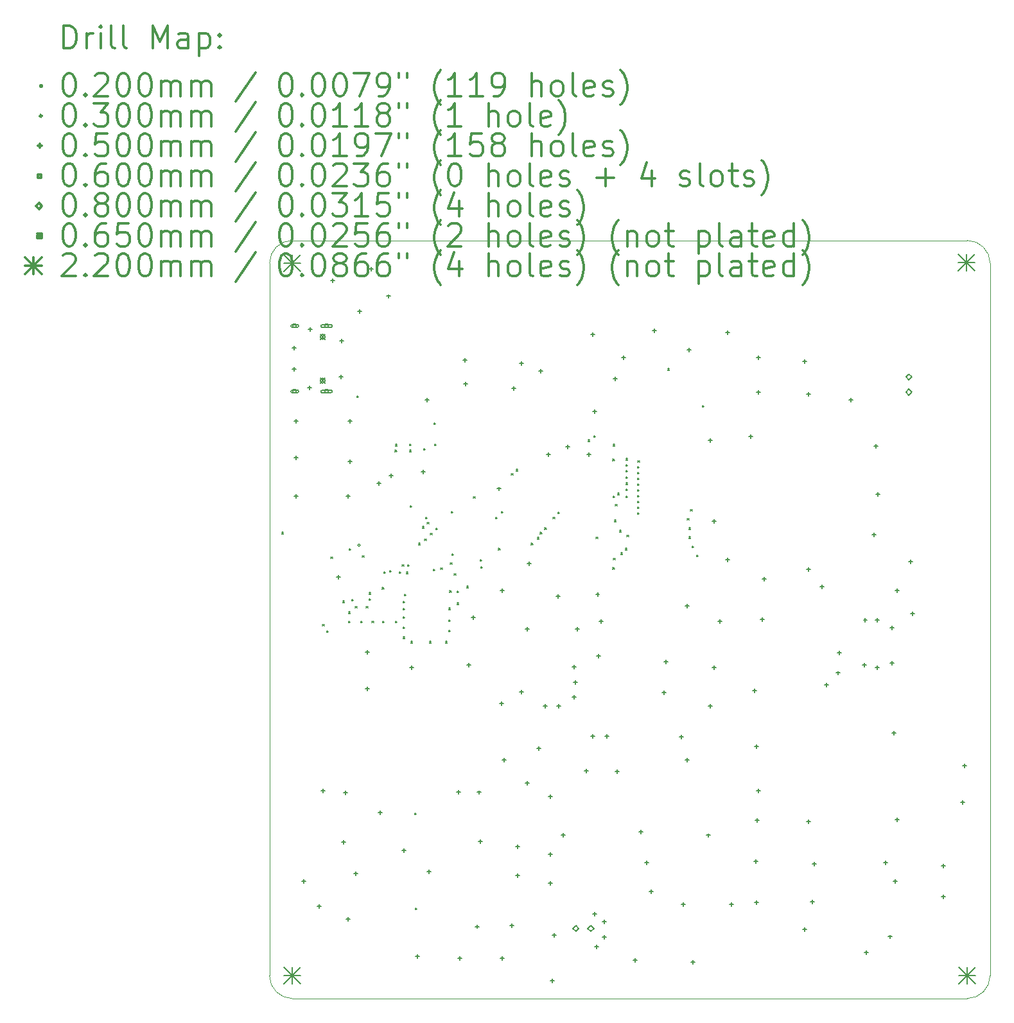
<source format=gbr>
%FSLAX45Y45*%
G04 Gerber Fmt 4.5, Leading zero omitted, Abs format (unit mm)*
G04 Created by KiCad (PCBNEW (5.1.12)-1) date 2021-12-30 17:29:47*
%MOMM*%
%LPD*%
G01*
G04 APERTURE LIST*
%TA.AperFunction,Profile*%
%ADD10C,0.050000*%
%TD*%
%ADD11C,0.200000*%
%ADD12C,0.300000*%
G04 APERTURE END LIST*
D10*
X12200000Y-3000000D02*
G75*
G02*
X12500000Y-3300000I0J-300000D01*
G01*
X12500000Y-12700000D02*
G75*
G02*
X12200000Y-13000000I-300000J0D01*
G01*
X3300000Y-13000000D02*
G75*
G02*
X3000000Y-12700000I0J300000D01*
G01*
X3000000Y-3300000D02*
G75*
G02*
X3300000Y-3000000I300000J0D01*
G01*
X3300000Y-3000000D02*
X12200000Y-3000000D01*
X12500000Y-3300000D02*
X12500000Y-12700000D01*
X3300000Y-13000000D02*
X12200000Y-13000000D01*
X3000000Y-3300000D02*
X3000000Y-12700000D01*
D11*
X3160000Y-6850000D02*
X3180000Y-6870000D01*
X3180000Y-6850000D02*
X3160000Y-6870000D01*
X3700000Y-8065000D02*
X3720000Y-8085000D01*
X3720000Y-8065000D02*
X3700000Y-8085000D01*
X3755000Y-8150000D02*
X3775000Y-8170000D01*
X3775000Y-8150000D02*
X3755000Y-8170000D01*
X3810000Y-7175000D02*
X3830000Y-7195000D01*
X3830000Y-7175000D02*
X3810000Y-7195000D01*
X3965000Y-7755000D02*
X3985000Y-7775000D01*
X3985000Y-7755000D02*
X3965000Y-7775000D01*
X4045000Y-7900000D02*
X4065000Y-7920000D01*
X4065000Y-7900000D02*
X4045000Y-7920000D01*
X4045000Y-8020000D02*
X4065000Y-8040000D01*
X4065000Y-8020000D02*
X4045000Y-8040000D01*
X4050000Y-7065000D02*
X4070000Y-7085000D01*
X4070000Y-7065000D02*
X4050000Y-7085000D01*
X4085000Y-7735000D02*
X4105000Y-7755000D01*
X4105000Y-7735000D02*
X4085000Y-7755000D01*
X4130000Y-7830000D02*
X4150000Y-7850000D01*
X4150000Y-7830000D02*
X4130000Y-7850000D01*
X4155000Y-5050000D02*
X4175000Y-5070000D01*
X4175000Y-5050000D02*
X4155000Y-5070000D01*
X4205000Y-8020000D02*
X4225000Y-8040000D01*
X4225000Y-8020000D02*
X4205000Y-8040000D01*
X4225000Y-7160000D02*
X4245000Y-7180000D01*
X4245000Y-7160000D02*
X4225000Y-7180000D01*
X4275000Y-7830000D02*
X4295000Y-7850000D01*
X4295000Y-7830000D02*
X4275000Y-7850000D01*
X4315000Y-7645000D02*
X4335000Y-7665000D01*
X4335000Y-7645000D02*
X4315000Y-7665000D01*
X4315000Y-7725000D02*
X4335000Y-7745000D01*
X4335000Y-7725000D02*
X4315000Y-7745000D01*
X4350000Y-8020000D02*
X4370000Y-8040000D01*
X4370000Y-8020000D02*
X4350000Y-8040000D01*
X4487876Y-7577876D02*
X4507876Y-7597876D01*
X4507876Y-7577876D02*
X4487876Y-7597876D01*
X4490000Y-8020000D02*
X4510000Y-8040000D01*
X4510000Y-8020000D02*
X4490000Y-8040000D01*
X4510000Y-7370000D02*
X4530000Y-7390000D01*
X4530000Y-7370000D02*
X4510000Y-7390000D01*
X4585000Y-7355000D02*
X4605000Y-7375000D01*
X4605000Y-7355000D02*
X4585000Y-7375000D01*
X4655000Y-5765000D02*
X4675000Y-5785000D01*
X4675000Y-5765000D02*
X4655000Y-5785000D01*
X4660000Y-5690000D02*
X4680000Y-5710000D01*
X4680000Y-5690000D02*
X4660000Y-5710000D01*
X4660000Y-8020000D02*
X4680000Y-8040000D01*
X4680000Y-8020000D02*
X4660000Y-8040000D01*
X4709000Y-7372000D02*
X4729000Y-7392000D01*
X4729000Y-7372000D02*
X4709000Y-7392000D01*
X4750000Y-7275000D02*
X4770000Y-7295000D01*
X4770000Y-7275000D02*
X4750000Y-7295000D01*
X4760000Y-7760000D02*
X4780000Y-7780000D01*
X4780000Y-7760000D02*
X4760000Y-7780000D01*
X4760000Y-7855000D02*
X4780000Y-7875000D01*
X4780000Y-7855000D02*
X4760000Y-7875000D01*
X4760000Y-7965000D02*
X4780000Y-7985000D01*
X4780000Y-7965000D02*
X4760000Y-7985000D01*
X4760000Y-8100000D02*
X4780000Y-8120000D01*
X4780000Y-8100000D02*
X4760000Y-8120000D01*
X4760000Y-8230000D02*
X4780000Y-8250000D01*
X4780000Y-8230000D02*
X4760000Y-8250000D01*
X4780000Y-7665000D02*
X4800000Y-7685000D01*
X4800000Y-7665000D02*
X4780000Y-7685000D01*
X4803000Y-7373000D02*
X4823000Y-7393000D01*
X4823000Y-7373000D02*
X4803000Y-7393000D01*
X4820000Y-7275000D02*
X4840000Y-7295000D01*
X4840000Y-7275000D02*
X4820000Y-7295000D01*
X4845000Y-5685000D02*
X4865000Y-5705000D01*
X4865000Y-5685000D02*
X4845000Y-5705000D01*
X4845000Y-5765000D02*
X4865000Y-5785000D01*
X4865000Y-5765000D02*
X4845000Y-5785000D01*
X4855000Y-6500000D02*
X4875000Y-6520000D01*
X4875000Y-6500000D02*
X4855000Y-6520000D01*
X4865000Y-8290000D02*
X4885000Y-8310000D01*
X4885000Y-8290000D02*
X4865000Y-8310000D01*
X4915000Y-10555000D02*
X4935000Y-10575000D01*
X4935000Y-10555000D02*
X4915000Y-10575000D01*
X4925000Y-11805000D02*
X4945000Y-11825000D01*
X4945000Y-11805000D02*
X4925000Y-11825000D01*
X4965000Y-6995000D02*
X4985000Y-7015000D01*
X4985000Y-6995000D02*
X4965000Y-7015000D01*
X5015000Y-6772937D02*
X5035000Y-6792937D01*
X5035000Y-6772937D02*
X5015000Y-6792937D01*
X5033891Y-5743891D02*
X5053891Y-5763891D01*
X5053891Y-5743891D02*
X5033891Y-5763891D01*
X5045000Y-6937500D02*
X5065000Y-6957500D01*
X5065000Y-6937500D02*
X5045000Y-6957500D01*
X5060000Y-6650000D02*
X5080000Y-6670000D01*
X5080000Y-6650000D02*
X5060000Y-6670000D01*
X5078875Y-6717937D02*
X5098875Y-6737937D01*
X5098875Y-6717937D02*
X5078875Y-6737937D01*
X5110000Y-8290000D02*
X5130000Y-8310000D01*
X5130000Y-8290000D02*
X5110000Y-8310000D01*
X5122500Y-6862500D02*
X5142500Y-6882500D01*
X5142500Y-6862500D02*
X5122500Y-6882500D01*
X5162111Y-7337110D02*
X5182111Y-7357110D01*
X5182111Y-7337110D02*
X5162111Y-7357110D01*
X5170000Y-5405000D02*
X5190000Y-5425000D01*
X5190000Y-5405000D02*
X5170000Y-5425000D01*
X5175000Y-5685000D02*
X5195000Y-5705000D01*
X5195000Y-5685000D02*
X5175000Y-5705000D01*
X5192500Y-6795000D02*
X5212500Y-6815000D01*
X5212500Y-6795000D02*
X5192500Y-6815000D01*
X5258501Y-7318501D02*
X5278501Y-7338501D01*
X5278501Y-7318501D02*
X5258501Y-7338501D01*
X5320000Y-8290000D02*
X5340000Y-8310000D01*
X5340000Y-8290000D02*
X5320000Y-8310000D01*
X5365000Y-7850000D02*
X5385000Y-7870000D01*
X5385000Y-7850000D02*
X5365000Y-7870000D01*
X5365000Y-8005000D02*
X5385000Y-8025000D01*
X5385000Y-8005000D02*
X5365000Y-8025000D01*
X5365000Y-8140000D02*
X5385000Y-8160000D01*
X5385000Y-8140000D02*
X5365000Y-8160000D01*
X5375000Y-7620000D02*
X5395000Y-7640000D01*
X5395000Y-7620000D02*
X5375000Y-7640000D01*
X5384638Y-7250887D02*
X5404638Y-7270887D01*
X5404638Y-7250887D02*
X5384638Y-7270887D01*
X5395000Y-6575000D02*
X5415000Y-6595000D01*
X5415000Y-6575000D02*
X5395000Y-6595000D01*
X5405000Y-7135000D02*
X5425000Y-7155000D01*
X5425000Y-7135000D02*
X5405000Y-7155000D01*
X5435000Y-7395000D02*
X5455000Y-7415000D01*
X5455000Y-7395000D02*
X5435000Y-7415000D01*
X5475000Y-7625000D02*
X5495000Y-7645000D01*
X5495000Y-7625000D02*
X5475000Y-7645000D01*
X5475000Y-7780000D02*
X5495000Y-7800000D01*
X5495000Y-7780000D02*
X5475000Y-7800000D01*
X5600000Y-7560000D02*
X5620000Y-7580000D01*
X5620000Y-7560000D02*
X5600000Y-7580000D01*
X5690000Y-6380000D02*
X5710000Y-6400000D01*
X5710000Y-6380000D02*
X5690000Y-6400000D01*
X5780000Y-7210000D02*
X5800000Y-7230000D01*
X5800000Y-7210000D02*
X5780000Y-7230000D01*
X5785000Y-7305000D02*
X5805000Y-7325000D01*
X5805000Y-7305000D02*
X5785000Y-7325000D01*
X5981109Y-6651109D02*
X6001109Y-6671109D01*
X6001109Y-6651109D02*
X5981109Y-6671109D01*
X6020000Y-7060000D02*
X6040000Y-7080000D01*
X6040000Y-7060000D02*
X6020000Y-7080000D01*
X6055000Y-6575000D02*
X6075000Y-6595000D01*
X6075000Y-6575000D02*
X6055000Y-6595000D01*
X6190000Y-6075000D02*
X6210000Y-6095000D01*
X6210000Y-6075000D02*
X6190000Y-6095000D01*
X6250000Y-6020000D02*
X6270000Y-6040000D01*
X6270000Y-6020000D02*
X6250000Y-6040000D01*
X6450000Y-6992500D02*
X6470000Y-7012500D01*
X6470000Y-6992500D02*
X6450000Y-7012500D01*
X6529943Y-6917500D02*
X6549943Y-6937500D01*
X6549943Y-6917500D02*
X6529943Y-6937500D01*
X6570000Y-6850000D02*
X6590000Y-6870000D01*
X6590000Y-6850000D02*
X6570000Y-6870000D01*
X6630000Y-6790000D02*
X6650000Y-6810000D01*
X6650000Y-6790000D02*
X6630000Y-6810000D01*
X6737641Y-6650141D02*
X6757641Y-6670141D01*
X6757641Y-6650141D02*
X6737641Y-6670141D01*
X6805141Y-6582641D02*
X6825141Y-6602641D01*
X6825141Y-6582641D02*
X6805141Y-6602641D01*
X7200000Y-5630000D02*
X7220000Y-5650000D01*
X7220000Y-5630000D02*
X7200000Y-5650000D01*
X7275000Y-5575000D02*
X7295000Y-5595000D01*
X7295000Y-5575000D02*
X7275000Y-5595000D01*
X7305000Y-6915000D02*
X7325000Y-6935000D01*
X7325000Y-6915000D02*
X7305000Y-6935000D01*
X7525000Y-5885000D02*
X7545000Y-5905000D01*
X7545000Y-5885000D02*
X7525000Y-5905000D01*
X7525000Y-7315000D02*
X7545000Y-7335000D01*
X7545000Y-7315000D02*
X7525000Y-7335000D01*
X7530000Y-5690000D02*
X7550000Y-5710000D01*
X7550000Y-5690000D02*
X7530000Y-5710000D01*
X7530000Y-6370000D02*
X7550000Y-6390000D01*
X7550000Y-6370000D02*
X7530000Y-6390000D01*
X7535000Y-7195000D02*
X7555000Y-7215000D01*
X7555000Y-7195000D02*
X7535000Y-7215000D01*
X7545000Y-6690000D02*
X7565000Y-6710000D01*
X7565000Y-6690000D02*
X7545000Y-6710000D01*
X7561109Y-6478891D02*
X7581109Y-6498891D01*
X7581109Y-6478891D02*
X7561109Y-6498891D01*
X7589445Y-6331665D02*
X7609445Y-6351665D01*
X7609445Y-6331665D02*
X7589445Y-6351665D01*
X7615000Y-6825000D02*
X7635000Y-6845000D01*
X7635000Y-6825000D02*
X7615000Y-6845000D01*
X7631000Y-7120000D02*
X7651000Y-7140000D01*
X7651000Y-7120000D02*
X7631000Y-7140000D01*
X7690550Y-7059880D02*
X7710550Y-7079880D01*
X7710550Y-7059880D02*
X7690550Y-7079880D01*
X7699639Y-6197623D02*
X7719639Y-6217623D01*
X7719639Y-6197623D02*
X7699639Y-6217623D01*
X7700000Y-6033000D02*
X7720000Y-6053000D01*
X7720000Y-6033000D02*
X7700000Y-6053000D01*
X7700000Y-5875000D02*
X7720000Y-5895000D01*
X7720000Y-5875000D02*
X7700000Y-5895000D01*
X7700000Y-5955000D02*
X7720000Y-5975000D01*
X7720000Y-5955000D02*
X7700000Y-5975000D01*
X7700000Y-6116000D02*
X7720000Y-6136000D01*
X7720000Y-6116000D02*
X7700000Y-6136000D01*
X7700000Y-6275766D02*
X7720000Y-6295766D01*
X7720000Y-6275766D02*
X7700000Y-6295766D01*
X7700000Y-6370000D02*
X7720000Y-6390000D01*
X7720000Y-6370000D02*
X7700000Y-6390000D01*
X7711391Y-6886391D02*
X7731391Y-6906391D01*
X7731391Y-6886391D02*
X7711391Y-6906391D01*
X7855001Y-5984400D02*
X7875001Y-6004400D01*
X7875001Y-5984400D02*
X7855001Y-6004400D01*
X7855001Y-6060600D02*
X7875001Y-6080600D01*
X7875001Y-6060600D02*
X7855001Y-6080600D01*
X7855001Y-6136800D02*
X7875001Y-6156800D01*
X7875001Y-6136800D02*
X7855001Y-6156800D01*
X7855001Y-6213000D02*
X7875001Y-6233000D01*
X7875001Y-6213000D02*
X7855001Y-6233000D01*
X7855001Y-6289200D02*
X7875001Y-6309200D01*
X7875001Y-6289200D02*
X7855001Y-6309200D01*
X7855001Y-6365400D02*
X7875001Y-6385400D01*
X7875001Y-6365400D02*
X7855001Y-6385400D01*
X7855001Y-6441600D02*
X7875001Y-6461600D01*
X7875001Y-6441600D02*
X7855001Y-6461600D01*
X7855001Y-6517800D02*
X7875001Y-6537800D01*
X7875001Y-6517800D02*
X7855001Y-6537800D01*
X7855001Y-6594000D02*
X7875001Y-6614000D01*
X7875001Y-6594000D02*
X7855001Y-6614000D01*
X7856788Y-5903211D02*
X7876788Y-5923211D01*
X7876788Y-5903211D02*
X7856788Y-5923211D01*
X8250000Y-4690000D02*
X8270000Y-4710000D01*
X8270000Y-4690000D02*
X8250000Y-4710000D01*
X8508891Y-6668891D02*
X8528891Y-6688891D01*
X8528891Y-6668891D02*
X8508891Y-6688891D01*
X8530000Y-6790000D02*
X8550000Y-6810000D01*
X8550000Y-6790000D02*
X8530000Y-6810000D01*
X8530000Y-6910000D02*
X8550000Y-6930000D01*
X8550000Y-6910000D02*
X8530000Y-6930000D01*
X8550000Y-6550000D02*
X8570000Y-6570000D01*
X8570000Y-6550000D02*
X8550000Y-6570000D01*
X8570000Y-7030000D02*
X8590000Y-7050000D01*
X8590000Y-7030000D02*
X8570000Y-7050000D01*
X8630000Y-7150000D02*
X8650000Y-7170000D01*
X8650000Y-7150000D02*
X8630000Y-7170000D01*
X8705000Y-5180000D02*
X8725000Y-5200000D01*
X8725000Y-5180000D02*
X8705000Y-5200000D01*
X4195000Y-7020000D02*
G75*
G03*
X4195000Y-7020000I-15000J0D01*
G01*
X3327400Y-4394600D02*
X3327400Y-4444600D01*
X3302400Y-4419600D02*
X3352400Y-4419600D01*
X3327400Y-4674000D02*
X3327400Y-4724000D01*
X3302400Y-4699000D02*
X3352400Y-4699000D01*
X3352800Y-5359800D02*
X3352800Y-5409800D01*
X3327800Y-5384800D02*
X3377800Y-5384800D01*
X3352800Y-5842400D02*
X3352800Y-5892400D01*
X3327800Y-5867400D02*
X3377800Y-5867400D01*
X3352800Y-6350400D02*
X3352800Y-6400400D01*
X3327800Y-6375400D02*
X3377800Y-6375400D01*
X3454400Y-11430400D02*
X3454400Y-11480400D01*
X3429400Y-11455400D02*
X3479400Y-11455400D01*
X3525000Y-4920000D02*
X3525000Y-4970000D01*
X3500000Y-4945000D02*
X3550000Y-4945000D01*
X3535000Y-4145000D02*
X3535000Y-4195000D01*
X3510000Y-4170000D02*
X3560000Y-4170000D01*
X3657600Y-11760600D02*
X3657600Y-11810600D01*
X3632600Y-11785600D02*
X3682600Y-11785600D01*
X3708400Y-10236600D02*
X3708400Y-10286600D01*
X3683400Y-10261600D02*
X3733400Y-10261600D01*
X3835400Y-3505600D02*
X3835400Y-3555600D01*
X3810400Y-3530600D02*
X3860400Y-3530600D01*
X3910000Y-7415000D02*
X3910000Y-7465000D01*
X3885000Y-7440000D02*
X3935000Y-7440000D01*
X3940000Y-4775000D02*
X3940000Y-4825000D01*
X3915000Y-4800000D02*
X3965000Y-4800000D01*
X3950000Y-4295000D02*
X3950000Y-4345000D01*
X3925000Y-4320000D02*
X3975000Y-4320000D01*
X3975000Y-10910000D02*
X3975000Y-10960000D01*
X3950000Y-10935000D02*
X4000000Y-10935000D01*
X4000000Y-10260000D02*
X4000000Y-10310000D01*
X3975000Y-10285000D02*
X4025000Y-10285000D01*
X4035000Y-11930000D02*
X4035000Y-11980000D01*
X4010000Y-11955000D02*
X4060000Y-11955000D01*
X4038600Y-6350400D02*
X4038600Y-6400400D01*
X4013600Y-6375400D02*
X4063600Y-6375400D01*
X4064000Y-5359800D02*
X4064000Y-5409800D01*
X4039000Y-5384800D02*
X4089000Y-5384800D01*
X4064000Y-5893200D02*
X4064000Y-5943200D01*
X4039000Y-5918200D02*
X4089000Y-5918200D01*
X4140200Y-11328800D02*
X4140200Y-11378800D01*
X4115200Y-11353800D02*
X4165200Y-11353800D01*
X4191000Y-3912000D02*
X4191000Y-3962000D01*
X4166000Y-3937000D02*
X4216000Y-3937000D01*
X4292600Y-8407800D02*
X4292600Y-8457800D01*
X4267600Y-8432800D02*
X4317600Y-8432800D01*
X4292600Y-8890400D02*
X4292600Y-8940400D01*
X4267600Y-8915400D02*
X4317600Y-8915400D01*
X4343400Y-3353200D02*
X4343400Y-3403200D01*
X4318400Y-3378200D02*
X4368400Y-3378200D01*
X4445000Y-6175000D02*
X4445000Y-6225000D01*
X4420000Y-6200000D02*
X4470000Y-6200000D01*
X4455000Y-10525000D02*
X4455000Y-10575000D01*
X4430000Y-10550000D02*
X4480000Y-10550000D01*
X4565000Y-3710000D02*
X4565000Y-3760000D01*
X4540000Y-3735000D02*
X4590000Y-3735000D01*
X4600000Y-6075000D02*
X4600000Y-6125000D01*
X4575000Y-6100000D02*
X4625000Y-6100000D01*
X4775200Y-11024000D02*
X4775200Y-11074000D01*
X4750200Y-11049000D02*
X4800200Y-11049000D01*
X4876800Y-8611000D02*
X4876800Y-8661000D01*
X4851800Y-8636000D02*
X4901800Y-8636000D01*
X4953000Y-12421000D02*
X4953000Y-12471000D01*
X4928000Y-12446000D02*
X4978000Y-12446000D01*
X5025000Y-6025000D02*
X5025000Y-6075000D01*
X5000000Y-6050000D02*
X5050000Y-6050000D01*
X5080000Y-5080400D02*
X5080000Y-5130400D01*
X5055000Y-5105400D02*
X5105000Y-5105400D01*
X5105400Y-11303400D02*
X5105400Y-11353400D01*
X5080400Y-11328400D02*
X5130400Y-11328400D01*
X5495000Y-10250000D02*
X5495000Y-10300000D01*
X5470000Y-10275000D02*
X5520000Y-10275000D01*
X5511800Y-12446400D02*
X5511800Y-12496400D01*
X5486800Y-12471400D02*
X5536800Y-12471400D01*
X5580000Y-4555000D02*
X5580000Y-4605000D01*
X5555000Y-4580000D02*
X5605000Y-4580000D01*
X5585000Y-4865000D02*
X5585000Y-4915000D01*
X5560000Y-4890000D02*
X5610000Y-4890000D01*
X5630000Y-8575000D02*
X5630000Y-8625000D01*
X5605000Y-8600000D02*
X5655000Y-8600000D01*
X5689600Y-7950600D02*
X5689600Y-8000600D01*
X5664600Y-7975600D02*
X5714600Y-7975600D01*
X5740000Y-12025000D02*
X5740000Y-12075000D01*
X5715000Y-12050000D02*
X5765000Y-12050000D01*
X5760000Y-10255000D02*
X5760000Y-10305000D01*
X5735000Y-10280000D02*
X5785000Y-10280000D01*
X5780000Y-10900000D02*
X5780000Y-10950000D01*
X5755000Y-10925000D02*
X5805000Y-10925000D01*
X6025000Y-6250000D02*
X6025000Y-6300000D01*
X6000000Y-6275000D02*
X6050000Y-6275000D01*
X6060000Y-9080000D02*
X6060000Y-9130000D01*
X6035000Y-9105000D02*
X6085000Y-9105000D01*
X6070600Y-7595000D02*
X6070600Y-7645000D01*
X6045600Y-7620000D02*
X6095600Y-7620000D01*
X6070600Y-12446400D02*
X6070600Y-12496400D01*
X6045600Y-12471400D02*
X6095600Y-12471400D01*
X6096000Y-9830200D02*
X6096000Y-9880200D01*
X6071000Y-9855200D02*
X6121000Y-9855200D01*
X6197600Y-12014600D02*
X6197600Y-12064600D01*
X6172600Y-12039600D02*
X6222600Y-12039600D01*
X6223000Y-4928000D02*
X6223000Y-4978000D01*
X6198000Y-4953000D02*
X6248000Y-4953000D01*
X6273800Y-10973200D02*
X6273800Y-11023200D01*
X6248800Y-10998200D02*
X6298800Y-10998200D01*
X6273800Y-11354200D02*
X6273800Y-11404200D01*
X6248800Y-11379200D02*
X6298800Y-11379200D01*
X6320000Y-8930000D02*
X6320000Y-8980000D01*
X6295000Y-8955000D02*
X6345000Y-8955000D01*
X6324600Y-4597800D02*
X6324600Y-4647800D01*
X6299600Y-4622800D02*
X6349600Y-4622800D01*
X6400800Y-8103000D02*
X6400800Y-8153000D01*
X6375800Y-8128000D02*
X6425800Y-8128000D01*
X6400800Y-10135000D02*
X6400800Y-10185000D01*
X6375800Y-10160000D02*
X6425800Y-10160000D01*
X6426200Y-7239400D02*
X6426200Y-7289400D01*
X6401200Y-7264400D02*
X6451200Y-7264400D01*
X6553200Y-9677800D02*
X6553200Y-9727800D01*
X6528200Y-9702800D02*
X6578200Y-9702800D01*
X6578600Y-4699400D02*
X6578600Y-4749400D01*
X6553600Y-4724400D02*
X6603600Y-4724400D01*
X6635000Y-9120000D02*
X6635000Y-9170000D01*
X6610000Y-9145000D02*
X6660000Y-9145000D01*
X6680000Y-5795000D02*
X6680000Y-5845000D01*
X6655000Y-5820000D02*
X6705000Y-5820000D01*
X6705600Y-10312800D02*
X6705600Y-10362800D01*
X6680600Y-10337800D02*
X6730600Y-10337800D01*
X6705600Y-11074800D02*
X6705600Y-11124800D01*
X6680600Y-11099800D02*
X6730600Y-11099800D01*
X6705600Y-11455800D02*
X6705600Y-11505800D01*
X6680600Y-11480800D02*
X6730600Y-11480800D01*
X6725000Y-12740000D02*
X6725000Y-12790000D01*
X6700000Y-12765000D02*
X6750000Y-12765000D01*
X6756400Y-12141600D02*
X6756400Y-12191600D01*
X6731400Y-12166600D02*
X6781400Y-12166600D01*
X6807200Y-7671200D02*
X6807200Y-7721200D01*
X6782200Y-7696200D02*
X6832200Y-7696200D01*
X6815000Y-9120000D02*
X6815000Y-9170000D01*
X6790000Y-9145000D02*
X6840000Y-9145000D01*
X6875000Y-10816000D02*
X6875000Y-10866000D01*
X6850000Y-10841000D02*
X6900000Y-10841000D01*
X6930000Y-5695000D02*
X6930000Y-5745000D01*
X6905000Y-5720000D02*
X6955000Y-5720000D01*
X7015000Y-8600000D02*
X7015000Y-8650000D01*
X6990000Y-8625000D02*
X7040000Y-8625000D01*
X7015000Y-9000000D02*
X7015000Y-9050000D01*
X6990000Y-9025000D02*
X7040000Y-9025000D01*
X7035000Y-8800000D02*
X7035000Y-8850000D01*
X7010000Y-8825000D02*
X7060000Y-8825000D01*
X7061200Y-8103000D02*
X7061200Y-8153000D01*
X7036200Y-8128000D02*
X7086200Y-8128000D01*
X7180000Y-9970000D02*
X7180000Y-10020000D01*
X7155000Y-9995000D02*
X7205000Y-9995000D01*
X7210000Y-5800000D02*
X7210000Y-5850000D01*
X7185000Y-5825000D02*
X7235000Y-5825000D01*
X7264400Y-4216800D02*
X7264400Y-4266800D01*
X7239400Y-4241800D02*
X7289400Y-4241800D01*
X7265000Y-9515000D02*
X7265000Y-9565000D01*
X7240000Y-9540000D02*
X7290000Y-9540000D01*
X7285000Y-5230000D02*
X7285000Y-5280000D01*
X7260000Y-5255000D02*
X7310000Y-5255000D01*
X7289800Y-11862200D02*
X7289800Y-11912200D01*
X7264800Y-11887200D02*
X7314800Y-11887200D01*
X7315200Y-12294000D02*
X7315200Y-12344000D01*
X7290200Y-12319000D02*
X7340200Y-12319000D01*
X7325000Y-7645000D02*
X7325000Y-7695000D01*
X7300000Y-7670000D02*
X7350000Y-7670000D01*
X7340600Y-8458600D02*
X7340600Y-8508600D01*
X7315600Y-8483600D02*
X7365600Y-8483600D01*
X7375000Y-7995000D02*
X7375000Y-8045000D01*
X7350000Y-8020000D02*
X7400000Y-8020000D01*
X7416800Y-11963800D02*
X7416800Y-12013800D01*
X7391800Y-11988800D02*
X7441800Y-11988800D01*
X7416800Y-12167000D02*
X7416800Y-12217000D01*
X7391800Y-12192000D02*
X7441800Y-12192000D01*
X7450000Y-9515000D02*
X7450000Y-9565000D01*
X7425000Y-9540000D02*
X7475000Y-9540000D01*
X7560000Y-4795000D02*
X7560000Y-4845000D01*
X7535000Y-4820000D02*
X7585000Y-4820000D01*
X7585000Y-9980000D02*
X7585000Y-10030000D01*
X7560000Y-10005000D02*
X7610000Y-10005000D01*
X7670800Y-4521600D02*
X7670800Y-4571600D01*
X7645800Y-4546600D02*
X7695800Y-4546600D01*
X7823200Y-12471800D02*
X7823200Y-12521800D01*
X7798200Y-12496800D02*
X7848200Y-12496800D01*
X7897000Y-10775000D02*
X7897000Y-10825000D01*
X7872000Y-10800000D02*
X7922000Y-10800000D01*
X7974000Y-11181000D02*
X7974000Y-11231000D01*
X7949000Y-11206000D02*
X7999000Y-11206000D01*
X8035000Y-11564000D02*
X8035000Y-11614000D01*
X8010000Y-11589000D02*
X8060000Y-11589000D01*
X8077200Y-4166000D02*
X8077200Y-4216000D01*
X8052200Y-4191000D02*
X8102200Y-4191000D01*
X8204200Y-8941200D02*
X8204200Y-8991200D01*
X8179200Y-8966200D02*
X8229200Y-8966200D01*
X8229600Y-8534800D02*
X8229600Y-8584800D01*
X8204600Y-8559800D02*
X8254600Y-8559800D01*
X8430000Y-9520000D02*
X8430000Y-9570000D01*
X8405000Y-9545000D02*
X8455000Y-9545000D01*
X8458200Y-11735200D02*
X8458200Y-11785200D01*
X8433200Y-11760200D02*
X8483200Y-11760200D01*
X8505000Y-9825000D02*
X8505000Y-9875000D01*
X8480000Y-9850000D02*
X8530000Y-9850000D01*
X8509000Y-7798200D02*
X8509000Y-7848200D01*
X8484000Y-7823200D02*
X8534000Y-7823200D01*
X8534400Y-4420000D02*
X8534400Y-4470000D01*
X8509400Y-4445000D02*
X8559400Y-4445000D01*
X8585200Y-12497200D02*
X8585200Y-12547200D01*
X8560200Y-12522200D02*
X8610200Y-12522200D01*
X8781400Y-10822200D02*
X8781400Y-10872200D01*
X8756400Y-10847200D02*
X8806400Y-10847200D01*
X8813800Y-5613800D02*
X8813800Y-5663800D01*
X8788800Y-5638800D02*
X8838800Y-5638800D01*
X8813800Y-9119000D02*
X8813800Y-9169000D01*
X8788800Y-9144000D02*
X8838800Y-9144000D01*
X8864600Y-6680600D02*
X8864600Y-6730600D01*
X8839600Y-6705600D02*
X8889600Y-6705600D01*
X8864600Y-8611000D02*
X8864600Y-8661000D01*
X8839600Y-8636000D02*
X8889600Y-8636000D01*
X8940800Y-8001400D02*
X8940800Y-8051400D01*
X8915800Y-8026400D02*
X8965800Y-8026400D01*
X9042400Y-4191400D02*
X9042400Y-4241400D01*
X9017400Y-4216400D02*
X9067400Y-4216400D01*
X9042400Y-7188600D02*
X9042400Y-7238600D01*
X9017400Y-7213600D02*
X9067400Y-7213600D01*
X9093200Y-11735200D02*
X9093200Y-11785200D01*
X9068200Y-11760200D02*
X9118200Y-11760200D01*
X9347200Y-5563000D02*
X9347200Y-5613000D01*
X9322200Y-5588000D02*
X9372200Y-5588000D01*
X9398000Y-8915800D02*
X9398000Y-8965800D01*
X9373000Y-8940800D02*
X9423000Y-8940800D01*
X9410000Y-11166000D02*
X9410000Y-11216000D01*
X9385000Y-11191000D02*
X9435000Y-11191000D01*
X9423400Y-9652400D02*
X9423400Y-9702400D01*
X9398400Y-9677400D02*
X9448400Y-9677400D01*
X9423400Y-11709800D02*
X9423400Y-11759800D01*
X9398400Y-11734800D02*
X9448400Y-11734800D01*
X9432000Y-10620000D02*
X9432000Y-10670000D01*
X9407000Y-10645000D02*
X9457000Y-10645000D01*
X9448800Y-4521600D02*
X9448800Y-4571600D01*
X9423800Y-4546600D02*
X9473800Y-4546600D01*
X9448800Y-4978800D02*
X9448800Y-5028800D01*
X9423800Y-5003800D02*
X9473800Y-5003800D01*
X9448800Y-10236600D02*
X9448800Y-10286600D01*
X9423800Y-10261600D02*
X9473800Y-10261600D01*
X9499600Y-7976000D02*
X9499600Y-8026000D01*
X9474600Y-8001000D02*
X9524600Y-8001000D01*
X9525000Y-7442600D02*
X9525000Y-7492600D01*
X9500000Y-7467600D02*
X9550000Y-7467600D01*
X10058400Y-4572400D02*
X10058400Y-4622400D01*
X10033400Y-4597400D02*
X10083400Y-4597400D01*
X10058400Y-12065400D02*
X10058400Y-12115400D01*
X10033400Y-12090400D02*
X10083400Y-12090400D01*
X10108000Y-10639000D02*
X10108000Y-10689000D01*
X10083000Y-10664000D02*
X10133000Y-10664000D01*
X10109200Y-5004200D02*
X10109200Y-5054200D01*
X10084200Y-5029200D02*
X10134200Y-5029200D01*
X10109200Y-7315600D02*
X10109200Y-7365600D01*
X10084200Y-7340600D02*
X10134200Y-7340600D01*
X10155000Y-11695000D02*
X10155000Y-11745000D01*
X10130000Y-11720000D02*
X10180000Y-11720000D01*
X10185400Y-11201800D02*
X10185400Y-11251800D01*
X10160400Y-11226800D02*
X10210400Y-11226800D01*
X10287000Y-7544200D02*
X10287000Y-7594200D01*
X10262000Y-7569200D02*
X10312000Y-7569200D01*
X10345000Y-8835000D02*
X10345000Y-8885000D01*
X10320000Y-8860000D02*
X10370000Y-8860000D01*
X10495000Y-8680000D02*
X10495000Y-8730000D01*
X10470000Y-8705000D02*
X10520000Y-8705000D01*
X10515000Y-8415000D02*
X10515000Y-8465000D01*
X10490000Y-8440000D02*
X10540000Y-8440000D01*
X10668000Y-5080400D02*
X10668000Y-5130400D01*
X10643000Y-5105400D02*
X10693000Y-5105400D01*
X10840000Y-8575000D02*
X10840000Y-8625000D01*
X10815000Y-8600000D02*
X10865000Y-8600000D01*
X10855000Y-7980000D02*
X10855000Y-8030000D01*
X10830000Y-8005000D02*
X10880000Y-8005000D01*
X10871200Y-12370200D02*
X10871200Y-12420200D01*
X10846200Y-12395200D02*
X10896200Y-12395200D01*
X10972800Y-6858400D02*
X10972800Y-6908400D01*
X10947800Y-6883400D02*
X10997800Y-6883400D01*
X10998200Y-5690000D02*
X10998200Y-5740000D01*
X10973200Y-5715000D02*
X11023200Y-5715000D01*
X11015000Y-7980000D02*
X11015000Y-8030000D01*
X10990000Y-8005000D02*
X11040000Y-8005000D01*
X11015000Y-8610000D02*
X11015000Y-8660000D01*
X10990000Y-8635000D02*
X11040000Y-8635000D01*
X11023600Y-6325000D02*
X11023600Y-6375000D01*
X10998600Y-6350000D02*
X11048600Y-6350000D01*
X11120000Y-11185000D02*
X11120000Y-11235000D01*
X11095000Y-11210000D02*
X11145000Y-11210000D01*
X11185000Y-12160000D02*
X11185000Y-12210000D01*
X11160000Y-12185000D02*
X11210000Y-12185000D01*
X11205000Y-8080000D02*
X11205000Y-8130000D01*
X11180000Y-8105000D02*
X11230000Y-8105000D01*
X11205000Y-8550000D02*
X11205000Y-8600000D01*
X11180000Y-8575000D02*
X11230000Y-8575000D01*
X11235000Y-9475000D02*
X11235000Y-9525000D01*
X11210000Y-9500000D02*
X11260000Y-9500000D01*
X11252200Y-11430400D02*
X11252200Y-11480400D01*
X11227200Y-11455400D02*
X11277200Y-11455400D01*
X11275000Y-10615000D02*
X11275000Y-10665000D01*
X11250000Y-10640000D02*
X11300000Y-10640000D01*
X11277600Y-7595000D02*
X11277600Y-7645000D01*
X11252600Y-7620000D02*
X11302600Y-7620000D01*
X11455400Y-7214000D02*
X11455400Y-7264000D01*
X11430400Y-7239000D02*
X11480400Y-7239000D01*
X11480800Y-7899800D02*
X11480800Y-7949800D01*
X11455800Y-7924800D02*
X11505800Y-7924800D01*
X11887200Y-11227200D02*
X11887200Y-11277200D01*
X11862200Y-11252200D02*
X11912200Y-11252200D01*
X11887200Y-11633600D02*
X11887200Y-11683600D01*
X11862200Y-11658600D02*
X11912200Y-11658600D01*
X12141200Y-10389000D02*
X12141200Y-10439000D01*
X12116200Y-10414000D02*
X12166200Y-10414000D01*
X12166600Y-9906400D02*
X12166600Y-9956400D01*
X12141600Y-9931400D02*
X12191600Y-9931400D01*
X3353713Y-4149213D02*
X3353713Y-4106787D01*
X3311287Y-4106787D01*
X3311287Y-4149213D01*
X3353713Y-4149213D01*
X3362500Y-4108000D02*
X3302500Y-4108000D01*
X3362500Y-4148000D02*
X3302500Y-4148000D01*
X3302500Y-4108000D02*
G75*
G03*
X3302500Y-4148000I0J-20000D01*
G01*
X3362500Y-4148000D02*
G75*
G03*
X3362500Y-4108000I0J20000D01*
G01*
X3353713Y-5013213D02*
X3353713Y-4970787D01*
X3311287Y-4970787D01*
X3311287Y-5013213D01*
X3353713Y-5013213D01*
X3362500Y-4972000D02*
X3302500Y-4972000D01*
X3362500Y-5012000D02*
X3302500Y-5012000D01*
X3302500Y-4972000D02*
G75*
G03*
X3302500Y-5012000I0J-20000D01*
G01*
X3362500Y-5012000D02*
G75*
G03*
X3362500Y-4972000I0J20000D01*
G01*
X3771713Y-4149213D02*
X3771713Y-4106787D01*
X3729287Y-4106787D01*
X3729287Y-4149213D01*
X3771713Y-4149213D01*
X3805500Y-4108000D02*
X3695500Y-4108000D01*
X3805500Y-4148000D02*
X3695500Y-4148000D01*
X3695500Y-4108000D02*
G75*
G03*
X3695500Y-4148000I0J-20000D01*
G01*
X3805500Y-4148000D02*
G75*
G03*
X3805500Y-4108000I0J20000D01*
G01*
X3771713Y-5013213D02*
X3771713Y-4970787D01*
X3729287Y-4970787D01*
X3729287Y-5013213D01*
X3771713Y-5013213D01*
X3805500Y-4972000D02*
X3695500Y-4972000D01*
X3805500Y-5012000D02*
X3695500Y-5012000D01*
X3695500Y-4972000D02*
G75*
G03*
X3695500Y-5012000I0J-20000D01*
G01*
X3805500Y-5012000D02*
G75*
G03*
X3805500Y-4972000I0J20000D01*
G01*
X7037000Y-12116000D02*
X7077000Y-12076000D01*
X7037000Y-12036000D01*
X6997000Y-12076000D01*
X7037000Y-12116000D01*
X7237000Y-12116000D02*
X7277000Y-12076000D01*
X7237000Y-12036000D01*
X7197000Y-12076000D01*
X7237000Y-12116000D01*
X11430000Y-4840000D02*
X11470000Y-4800000D01*
X11430000Y-4760000D01*
X11390000Y-4800000D01*
X11430000Y-4840000D01*
X11430000Y-5040000D02*
X11470000Y-5000000D01*
X11430000Y-4960000D01*
X11390000Y-5000000D01*
X11430000Y-5040000D01*
X3668000Y-4238500D02*
X3733000Y-4303500D01*
X3733000Y-4238500D02*
X3668000Y-4303500D01*
X3733000Y-4271000D02*
G75*
G03*
X3733000Y-4271000I-32500J0D01*
G01*
X3668000Y-4816500D02*
X3733000Y-4881500D01*
X3733000Y-4816500D02*
X3668000Y-4881500D01*
X3733000Y-4849000D02*
G75*
G03*
X3733000Y-4849000I-32500J0D01*
G01*
X3190000Y-3190000D02*
X3410000Y-3410000D01*
X3410000Y-3190000D02*
X3190000Y-3410000D01*
X3300000Y-3190000D02*
X3300000Y-3410000D01*
X3190000Y-3300000D02*
X3410000Y-3300000D01*
X3190000Y-12590000D02*
X3410000Y-12810000D01*
X3410000Y-12590000D02*
X3190000Y-12810000D01*
X3300000Y-12590000D02*
X3300000Y-12810000D01*
X3190000Y-12700000D02*
X3410000Y-12700000D01*
X12077000Y-3177000D02*
X12297000Y-3397000D01*
X12297000Y-3177000D02*
X12077000Y-3397000D01*
X12187000Y-3177000D02*
X12187000Y-3397000D01*
X12077000Y-3287000D02*
X12297000Y-3287000D01*
X12090000Y-12590000D02*
X12310000Y-12810000D01*
X12310000Y-12590000D02*
X12090000Y-12810000D01*
X12200000Y-12590000D02*
X12200000Y-12810000D01*
X12090000Y-12700000D02*
X12310000Y-12700000D01*
D12*
X286429Y-465714D02*
X286429Y-165714D01*
X357857Y-165714D01*
X400714Y-180000D01*
X429286Y-208571D01*
X443571Y-237143D01*
X457857Y-294286D01*
X457857Y-337143D01*
X443571Y-394286D01*
X429286Y-422857D01*
X400714Y-451428D01*
X357857Y-465714D01*
X286429Y-465714D01*
X586429Y-465714D02*
X586429Y-265714D01*
X586429Y-322857D02*
X600714Y-294286D01*
X615000Y-280000D01*
X643571Y-265714D01*
X672143Y-265714D01*
X772143Y-465714D02*
X772143Y-265714D01*
X772143Y-165714D02*
X757857Y-180000D01*
X772143Y-194286D01*
X786428Y-180000D01*
X772143Y-165714D01*
X772143Y-194286D01*
X957857Y-465714D02*
X929286Y-451428D01*
X915000Y-422857D01*
X915000Y-165714D01*
X1115000Y-465714D02*
X1086429Y-451428D01*
X1072143Y-422857D01*
X1072143Y-165714D01*
X1457857Y-465714D02*
X1457857Y-165714D01*
X1557857Y-380000D01*
X1657857Y-165714D01*
X1657857Y-465714D01*
X1929286Y-465714D02*
X1929286Y-308571D01*
X1915000Y-280000D01*
X1886428Y-265714D01*
X1829286Y-265714D01*
X1800714Y-280000D01*
X1929286Y-451428D02*
X1900714Y-465714D01*
X1829286Y-465714D01*
X1800714Y-451428D01*
X1786428Y-422857D01*
X1786428Y-394286D01*
X1800714Y-365714D01*
X1829286Y-351428D01*
X1900714Y-351428D01*
X1929286Y-337143D01*
X2072143Y-265714D02*
X2072143Y-565714D01*
X2072143Y-280000D02*
X2100714Y-265714D01*
X2157857Y-265714D01*
X2186429Y-280000D01*
X2200714Y-294286D01*
X2215000Y-322857D01*
X2215000Y-408571D01*
X2200714Y-437143D01*
X2186429Y-451428D01*
X2157857Y-465714D01*
X2100714Y-465714D01*
X2072143Y-451428D01*
X2343571Y-437143D02*
X2357857Y-451428D01*
X2343571Y-465714D01*
X2329286Y-451428D01*
X2343571Y-437143D01*
X2343571Y-465714D01*
X2343571Y-280000D02*
X2357857Y-294286D01*
X2343571Y-308571D01*
X2329286Y-294286D01*
X2343571Y-280000D01*
X2343571Y-308571D01*
X-20000Y-950000D02*
X0Y-970000D01*
X0Y-950000D02*
X-20000Y-970000D01*
X343571Y-795714D02*
X372143Y-795714D01*
X400714Y-810000D01*
X415000Y-824286D01*
X429286Y-852857D01*
X443571Y-910000D01*
X443571Y-981428D01*
X429286Y-1038571D01*
X415000Y-1067143D01*
X400714Y-1081429D01*
X372143Y-1095714D01*
X343571Y-1095714D01*
X315000Y-1081429D01*
X300714Y-1067143D01*
X286429Y-1038571D01*
X272143Y-981428D01*
X272143Y-910000D01*
X286429Y-852857D01*
X300714Y-824286D01*
X315000Y-810000D01*
X343571Y-795714D01*
X572143Y-1067143D02*
X586429Y-1081429D01*
X572143Y-1095714D01*
X557857Y-1081429D01*
X572143Y-1067143D01*
X572143Y-1095714D01*
X700714Y-824286D02*
X715000Y-810000D01*
X743571Y-795714D01*
X815000Y-795714D01*
X843571Y-810000D01*
X857857Y-824286D01*
X872143Y-852857D01*
X872143Y-881428D01*
X857857Y-924286D01*
X686429Y-1095714D01*
X872143Y-1095714D01*
X1057857Y-795714D02*
X1086429Y-795714D01*
X1115000Y-810000D01*
X1129286Y-824286D01*
X1143571Y-852857D01*
X1157857Y-910000D01*
X1157857Y-981428D01*
X1143571Y-1038571D01*
X1129286Y-1067143D01*
X1115000Y-1081429D01*
X1086429Y-1095714D01*
X1057857Y-1095714D01*
X1029286Y-1081429D01*
X1015000Y-1067143D01*
X1000714Y-1038571D01*
X986428Y-981428D01*
X986428Y-910000D01*
X1000714Y-852857D01*
X1015000Y-824286D01*
X1029286Y-810000D01*
X1057857Y-795714D01*
X1343571Y-795714D02*
X1372143Y-795714D01*
X1400714Y-810000D01*
X1415000Y-824286D01*
X1429286Y-852857D01*
X1443571Y-910000D01*
X1443571Y-981428D01*
X1429286Y-1038571D01*
X1415000Y-1067143D01*
X1400714Y-1081429D01*
X1372143Y-1095714D01*
X1343571Y-1095714D01*
X1315000Y-1081429D01*
X1300714Y-1067143D01*
X1286429Y-1038571D01*
X1272143Y-981428D01*
X1272143Y-910000D01*
X1286429Y-852857D01*
X1300714Y-824286D01*
X1315000Y-810000D01*
X1343571Y-795714D01*
X1572143Y-1095714D02*
X1572143Y-895714D01*
X1572143Y-924286D02*
X1586428Y-910000D01*
X1615000Y-895714D01*
X1657857Y-895714D01*
X1686428Y-910000D01*
X1700714Y-938571D01*
X1700714Y-1095714D01*
X1700714Y-938571D02*
X1715000Y-910000D01*
X1743571Y-895714D01*
X1786428Y-895714D01*
X1815000Y-910000D01*
X1829286Y-938571D01*
X1829286Y-1095714D01*
X1972143Y-1095714D02*
X1972143Y-895714D01*
X1972143Y-924286D02*
X1986428Y-910000D01*
X2015000Y-895714D01*
X2057857Y-895714D01*
X2086428Y-910000D01*
X2100714Y-938571D01*
X2100714Y-1095714D01*
X2100714Y-938571D02*
X2115000Y-910000D01*
X2143571Y-895714D01*
X2186429Y-895714D01*
X2215000Y-910000D01*
X2229286Y-938571D01*
X2229286Y-1095714D01*
X2815000Y-781428D02*
X2557857Y-1167143D01*
X3200714Y-795714D02*
X3229286Y-795714D01*
X3257857Y-810000D01*
X3272143Y-824286D01*
X3286428Y-852857D01*
X3300714Y-910000D01*
X3300714Y-981428D01*
X3286428Y-1038571D01*
X3272143Y-1067143D01*
X3257857Y-1081429D01*
X3229286Y-1095714D01*
X3200714Y-1095714D01*
X3172143Y-1081429D01*
X3157857Y-1067143D01*
X3143571Y-1038571D01*
X3129286Y-981428D01*
X3129286Y-910000D01*
X3143571Y-852857D01*
X3157857Y-824286D01*
X3172143Y-810000D01*
X3200714Y-795714D01*
X3429286Y-1067143D02*
X3443571Y-1081429D01*
X3429286Y-1095714D01*
X3415000Y-1081429D01*
X3429286Y-1067143D01*
X3429286Y-1095714D01*
X3629286Y-795714D02*
X3657857Y-795714D01*
X3686428Y-810000D01*
X3700714Y-824286D01*
X3715000Y-852857D01*
X3729286Y-910000D01*
X3729286Y-981428D01*
X3715000Y-1038571D01*
X3700714Y-1067143D01*
X3686428Y-1081429D01*
X3657857Y-1095714D01*
X3629286Y-1095714D01*
X3600714Y-1081429D01*
X3586428Y-1067143D01*
X3572143Y-1038571D01*
X3557857Y-981428D01*
X3557857Y-910000D01*
X3572143Y-852857D01*
X3586428Y-824286D01*
X3600714Y-810000D01*
X3629286Y-795714D01*
X3915000Y-795714D02*
X3943571Y-795714D01*
X3972143Y-810000D01*
X3986428Y-824286D01*
X4000714Y-852857D01*
X4015000Y-910000D01*
X4015000Y-981428D01*
X4000714Y-1038571D01*
X3986428Y-1067143D01*
X3972143Y-1081429D01*
X3943571Y-1095714D01*
X3915000Y-1095714D01*
X3886428Y-1081429D01*
X3872143Y-1067143D01*
X3857857Y-1038571D01*
X3843571Y-981428D01*
X3843571Y-910000D01*
X3857857Y-852857D01*
X3872143Y-824286D01*
X3886428Y-810000D01*
X3915000Y-795714D01*
X4115000Y-795714D02*
X4315000Y-795714D01*
X4186428Y-1095714D01*
X4443571Y-1095714D02*
X4500714Y-1095714D01*
X4529286Y-1081429D01*
X4543571Y-1067143D01*
X4572143Y-1024286D01*
X4586429Y-967143D01*
X4586429Y-852857D01*
X4572143Y-824286D01*
X4557857Y-810000D01*
X4529286Y-795714D01*
X4472143Y-795714D01*
X4443571Y-810000D01*
X4429286Y-824286D01*
X4415000Y-852857D01*
X4415000Y-924286D01*
X4429286Y-952857D01*
X4443571Y-967143D01*
X4472143Y-981428D01*
X4529286Y-981428D01*
X4557857Y-967143D01*
X4572143Y-952857D01*
X4586429Y-924286D01*
X4700714Y-795714D02*
X4700714Y-852857D01*
X4815000Y-795714D02*
X4815000Y-852857D01*
X5257857Y-1210000D02*
X5243571Y-1195714D01*
X5215000Y-1152857D01*
X5200714Y-1124286D01*
X5186429Y-1081429D01*
X5172143Y-1010000D01*
X5172143Y-952857D01*
X5186429Y-881428D01*
X5200714Y-838571D01*
X5215000Y-810000D01*
X5243571Y-767143D01*
X5257857Y-752857D01*
X5529286Y-1095714D02*
X5357857Y-1095714D01*
X5443571Y-1095714D02*
X5443571Y-795714D01*
X5415000Y-838571D01*
X5386429Y-867143D01*
X5357857Y-881428D01*
X5815000Y-1095714D02*
X5643571Y-1095714D01*
X5729286Y-1095714D02*
X5729286Y-795714D01*
X5700714Y-838571D01*
X5672143Y-867143D01*
X5643571Y-881428D01*
X5957857Y-1095714D02*
X6015000Y-1095714D01*
X6043571Y-1081429D01*
X6057857Y-1067143D01*
X6086428Y-1024286D01*
X6100714Y-967143D01*
X6100714Y-852857D01*
X6086428Y-824286D01*
X6072143Y-810000D01*
X6043571Y-795714D01*
X5986428Y-795714D01*
X5957857Y-810000D01*
X5943571Y-824286D01*
X5929286Y-852857D01*
X5929286Y-924286D01*
X5943571Y-952857D01*
X5957857Y-967143D01*
X5986428Y-981428D01*
X6043571Y-981428D01*
X6072143Y-967143D01*
X6086428Y-952857D01*
X6100714Y-924286D01*
X6457857Y-1095714D02*
X6457857Y-795714D01*
X6586428Y-1095714D02*
X6586428Y-938571D01*
X6572143Y-910000D01*
X6543571Y-895714D01*
X6500714Y-895714D01*
X6472143Y-910000D01*
X6457857Y-924286D01*
X6772143Y-1095714D02*
X6743571Y-1081429D01*
X6729286Y-1067143D01*
X6715000Y-1038571D01*
X6715000Y-952857D01*
X6729286Y-924286D01*
X6743571Y-910000D01*
X6772143Y-895714D01*
X6815000Y-895714D01*
X6843571Y-910000D01*
X6857857Y-924286D01*
X6872143Y-952857D01*
X6872143Y-1038571D01*
X6857857Y-1067143D01*
X6843571Y-1081429D01*
X6815000Y-1095714D01*
X6772143Y-1095714D01*
X7043571Y-1095714D02*
X7015000Y-1081429D01*
X7000714Y-1052857D01*
X7000714Y-795714D01*
X7272143Y-1081429D02*
X7243571Y-1095714D01*
X7186428Y-1095714D01*
X7157857Y-1081429D01*
X7143571Y-1052857D01*
X7143571Y-938571D01*
X7157857Y-910000D01*
X7186428Y-895714D01*
X7243571Y-895714D01*
X7272143Y-910000D01*
X7286428Y-938571D01*
X7286428Y-967143D01*
X7143571Y-995714D01*
X7400714Y-1081429D02*
X7429286Y-1095714D01*
X7486428Y-1095714D01*
X7515000Y-1081429D01*
X7529286Y-1052857D01*
X7529286Y-1038571D01*
X7515000Y-1010000D01*
X7486428Y-995714D01*
X7443571Y-995714D01*
X7415000Y-981428D01*
X7400714Y-952857D01*
X7400714Y-938571D01*
X7415000Y-910000D01*
X7443571Y-895714D01*
X7486428Y-895714D01*
X7515000Y-910000D01*
X7629286Y-1210000D02*
X7643571Y-1195714D01*
X7672143Y-1152857D01*
X7686428Y-1124286D01*
X7700714Y-1081429D01*
X7715000Y-1010000D01*
X7715000Y-952857D01*
X7700714Y-881428D01*
X7686428Y-838571D01*
X7672143Y-810000D01*
X7643571Y-767143D01*
X7629286Y-752857D01*
X0Y-1356000D02*
G75*
G03*
X0Y-1356000I-15000J0D01*
G01*
X343571Y-1191714D02*
X372143Y-1191714D01*
X400714Y-1206000D01*
X415000Y-1220286D01*
X429286Y-1248857D01*
X443571Y-1306000D01*
X443571Y-1377429D01*
X429286Y-1434571D01*
X415000Y-1463143D01*
X400714Y-1477428D01*
X372143Y-1491714D01*
X343571Y-1491714D01*
X315000Y-1477428D01*
X300714Y-1463143D01*
X286429Y-1434571D01*
X272143Y-1377429D01*
X272143Y-1306000D01*
X286429Y-1248857D01*
X300714Y-1220286D01*
X315000Y-1206000D01*
X343571Y-1191714D01*
X572143Y-1463143D02*
X586429Y-1477428D01*
X572143Y-1491714D01*
X557857Y-1477428D01*
X572143Y-1463143D01*
X572143Y-1491714D01*
X686429Y-1191714D02*
X872143Y-1191714D01*
X772143Y-1306000D01*
X815000Y-1306000D01*
X843571Y-1320286D01*
X857857Y-1334571D01*
X872143Y-1363143D01*
X872143Y-1434571D01*
X857857Y-1463143D01*
X843571Y-1477428D01*
X815000Y-1491714D01*
X729286Y-1491714D01*
X700714Y-1477428D01*
X686429Y-1463143D01*
X1057857Y-1191714D02*
X1086429Y-1191714D01*
X1115000Y-1206000D01*
X1129286Y-1220286D01*
X1143571Y-1248857D01*
X1157857Y-1306000D01*
X1157857Y-1377429D01*
X1143571Y-1434571D01*
X1129286Y-1463143D01*
X1115000Y-1477428D01*
X1086429Y-1491714D01*
X1057857Y-1491714D01*
X1029286Y-1477428D01*
X1015000Y-1463143D01*
X1000714Y-1434571D01*
X986428Y-1377429D01*
X986428Y-1306000D01*
X1000714Y-1248857D01*
X1015000Y-1220286D01*
X1029286Y-1206000D01*
X1057857Y-1191714D01*
X1343571Y-1191714D02*
X1372143Y-1191714D01*
X1400714Y-1206000D01*
X1415000Y-1220286D01*
X1429286Y-1248857D01*
X1443571Y-1306000D01*
X1443571Y-1377429D01*
X1429286Y-1434571D01*
X1415000Y-1463143D01*
X1400714Y-1477428D01*
X1372143Y-1491714D01*
X1343571Y-1491714D01*
X1315000Y-1477428D01*
X1300714Y-1463143D01*
X1286429Y-1434571D01*
X1272143Y-1377429D01*
X1272143Y-1306000D01*
X1286429Y-1248857D01*
X1300714Y-1220286D01*
X1315000Y-1206000D01*
X1343571Y-1191714D01*
X1572143Y-1491714D02*
X1572143Y-1291714D01*
X1572143Y-1320286D02*
X1586428Y-1306000D01*
X1615000Y-1291714D01*
X1657857Y-1291714D01*
X1686428Y-1306000D01*
X1700714Y-1334571D01*
X1700714Y-1491714D01*
X1700714Y-1334571D02*
X1715000Y-1306000D01*
X1743571Y-1291714D01*
X1786428Y-1291714D01*
X1815000Y-1306000D01*
X1829286Y-1334571D01*
X1829286Y-1491714D01*
X1972143Y-1491714D02*
X1972143Y-1291714D01*
X1972143Y-1320286D02*
X1986428Y-1306000D01*
X2015000Y-1291714D01*
X2057857Y-1291714D01*
X2086428Y-1306000D01*
X2100714Y-1334571D01*
X2100714Y-1491714D01*
X2100714Y-1334571D02*
X2115000Y-1306000D01*
X2143571Y-1291714D01*
X2186429Y-1291714D01*
X2215000Y-1306000D01*
X2229286Y-1334571D01*
X2229286Y-1491714D01*
X2815000Y-1177429D02*
X2557857Y-1563143D01*
X3200714Y-1191714D02*
X3229286Y-1191714D01*
X3257857Y-1206000D01*
X3272143Y-1220286D01*
X3286428Y-1248857D01*
X3300714Y-1306000D01*
X3300714Y-1377429D01*
X3286428Y-1434571D01*
X3272143Y-1463143D01*
X3257857Y-1477428D01*
X3229286Y-1491714D01*
X3200714Y-1491714D01*
X3172143Y-1477428D01*
X3157857Y-1463143D01*
X3143571Y-1434571D01*
X3129286Y-1377429D01*
X3129286Y-1306000D01*
X3143571Y-1248857D01*
X3157857Y-1220286D01*
X3172143Y-1206000D01*
X3200714Y-1191714D01*
X3429286Y-1463143D02*
X3443571Y-1477428D01*
X3429286Y-1491714D01*
X3415000Y-1477428D01*
X3429286Y-1463143D01*
X3429286Y-1491714D01*
X3629286Y-1191714D02*
X3657857Y-1191714D01*
X3686428Y-1206000D01*
X3700714Y-1220286D01*
X3715000Y-1248857D01*
X3729286Y-1306000D01*
X3729286Y-1377429D01*
X3715000Y-1434571D01*
X3700714Y-1463143D01*
X3686428Y-1477428D01*
X3657857Y-1491714D01*
X3629286Y-1491714D01*
X3600714Y-1477428D01*
X3586428Y-1463143D01*
X3572143Y-1434571D01*
X3557857Y-1377429D01*
X3557857Y-1306000D01*
X3572143Y-1248857D01*
X3586428Y-1220286D01*
X3600714Y-1206000D01*
X3629286Y-1191714D01*
X4015000Y-1491714D02*
X3843571Y-1491714D01*
X3929286Y-1491714D02*
X3929286Y-1191714D01*
X3900714Y-1234571D01*
X3872143Y-1263143D01*
X3843571Y-1277429D01*
X4300714Y-1491714D02*
X4129286Y-1491714D01*
X4215000Y-1491714D02*
X4215000Y-1191714D01*
X4186428Y-1234571D01*
X4157857Y-1263143D01*
X4129286Y-1277429D01*
X4472143Y-1320286D02*
X4443571Y-1306000D01*
X4429286Y-1291714D01*
X4415000Y-1263143D01*
X4415000Y-1248857D01*
X4429286Y-1220286D01*
X4443571Y-1206000D01*
X4472143Y-1191714D01*
X4529286Y-1191714D01*
X4557857Y-1206000D01*
X4572143Y-1220286D01*
X4586429Y-1248857D01*
X4586429Y-1263143D01*
X4572143Y-1291714D01*
X4557857Y-1306000D01*
X4529286Y-1320286D01*
X4472143Y-1320286D01*
X4443571Y-1334571D01*
X4429286Y-1348857D01*
X4415000Y-1377429D01*
X4415000Y-1434571D01*
X4429286Y-1463143D01*
X4443571Y-1477428D01*
X4472143Y-1491714D01*
X4529286Y-1491714D01*
X4557857Y-1477428D01*
X4572143Y-1463143D01*
X4586429Y-1434571D01*
X4586429Y-1377429D01*
X4572143Y-1348857D01*
X4557857Y-1334571D01*
X4529286Y-1320286D01*
X4700714Y-1191714D02*
X4700714Y-1248857D01*
X4815000Y-1191714D02*
X4815000Y-1248857D01*
X5257857Y-1606000D02*
X5243571Y-1591714D01*
X5215000Y-1548857D01*
X5200714Y-1520286D01*
X5186429Y-1477428D01*
X5172143Y-1406000D01*
X5172143Y-1348857D01*
X5186429Y-1277429D01*
X5200714Y-1234571D01*
X5215000Y-1206000D01*
X5243571Y-1163143D01*
X5257857Y-1148857D01*
X5529286Y-1491714D02*
X5357857Y-1491714D01*
X5443571Y-1491714D02*
X5443571Y-1191714D01*
X5415000Y-1234571D01*
X5386429Y-1263143D01*
X5357857Y-1277429D01*
X5886428Y-1491714D02*
X5886428Y-1191714D01*
X6015000Y-1491714D02*
X6015000Y-1334571D01*
X6000714Y-1306000D01*
X5972143Y-1291714D01*
X5929286Y-1291714D01*
X5900714Y-1306000D01*
X5886428Y-1320286D01*
X6200714Y-1491714D02*
X6172143Y-1477428D01*
X6157857Y-1463143D01*
X6143571Y-1434571D01*
X6143571Y-1348857D01*
X6157857Y-1320286D01*
X6172143Y-1306000D01*
X6200714Y-1291714D01*
X6243571Y-1291714D01*
X6272143Y-1306000D01*
X6286428Y-1320286D01*
X6300714Y-1348857D01*
X6300714Y-1434571D01*
X6286428Y-1463143D01*
X6272143Y-1477428D01*
X6243571Y-1491714D01*
X6200714Y-1491714D01*
X6472143Y-1491714D02*
X6443571Y-1477428D01*
X6429286Y-1448857D01*
X6429286Y-1191714D01*
X6700714Y-1477428D02*
X6672143Y-1491714D01*
X6615000Y-1491714D01*
X6586428Y-1477428D01*
X6572143Y-1448857D01*
X6572143Y-1334571D01*
X6586428Y-1306000D01*
X6615000Y-1291714D01*
X6672143Y-1291714D01*
X6700714Y-1306000D01*
X6715000Y-1334571D01*
X6715000Y-1363143D01*
X6572143Y-1391714D01*
X6815000Y-1606000D02*
X6829286Y-1591714D01*
X6857857Y-1548857D01*
X6872143Y-1520286D01*
X6886428Y-1477428D01*
X6900714Y-1406000D01*
X6900714Y-1348857D01*
X6886428Y-1277429D01*
X6872143Y-1234571D01*
X6857857Y-1206000D01*
X6829286Y-1163143D01*
X6815000Y-1148857D01*
X-25000Y-1727000D02*
X-25000Y-1777000D01*
X-50000Y-1752000D02*
X0Y-1752000D01*
X343571Y-1587714D02*
X372143Y-1587714D01*
X400714Y-1602000D01*
X415000Y-1616286D01*
X429286Y-1644857D01*
X443571Y-1702000D01*
X443571Y-1773428D01*
X429286Y-1830571D01*
X415000Y-1859143D01*
X400714Y-1873428D01*
X372143Y-1887714D01*
X343571Y-1887714D01*
X315000Y-1873428D01*
X300714Y-1859143D01*
X286429Y-1830571D01*
X272143Y-1773428D01*
X272143Y-1702000D01*
X286429Y-1644857D01*
X300714Y-1616286D01*
X315000Y-1602000D01*
X343571Y-1587714D01*
X572143Y-1859143D02*
X586429Y-1873428D01*
X572143Y-1887714D01*
X557857Y-1873428D01*
X572143Y-1859143D01*
X572143Y-1887714D01*
X857857Y-1587714D02*
X715000Y-1587714D01*
X700714Y-1730571D01*
X715000Y-1716286D01*
X743571Y-1702000D01*
X815000Y-1702000D01*
X843571Y-1716286D01*
X857857Y-1730571D01*
X872143Y-1759143D01*
X872143Y-1830571D01*
X857857Y-1859143D01*
X843571Y-1873428D01*
X815000Y-1887714D01*
X743571Y-1887714D01*
X715000Y-1873428D01*
X700714Y-1859143D01*
X1057857Y-1587714D02*
X1086429Y-1587714D01*
X1115000Y-1602000D01*
X1129286Y-1616286D01*
X1143571Y-1644857D01*
X1157857Y-1702000D01*
X1157857Y-1773428D01*
X1143571Y-1830571D01*
X1129286Y-1859143D01*
X1115000Y-1873428D01*
X1086429Y-1887714D01*
X1057857Y-1887714D01*
X1029286Y-1873428D01*
X1015000Y-1859143D01*
X1000714Y-1830571D01*
X986428Y-1773428D01*
X986428Y-1702000D01*
X1000714Y-1644857D01*
X1015000Y-1616286D01*
X1029286Y-1602000D01*
X1057857Y-1587714D01*
X1343571Y-1587714D02*
X1372143Y-1587714D01*
X1400714Y-1602000D01*
X1415000Y-1616286D01*
X1429286Y-1644857D01*
X1443571Y-1702000D01*
X1443571Y-1773428D01*
X1429286Y-1830571D01*
X1415000Y-1859143D01*
X1400714Y-1873428D01*
X1372143Y-1887714D01*
X1343571Y-1887714D01*
X1315000Y-1873428D01*
X1300714Y-1859143D01*
X1286429Y-1830571D01*
X1272143Y-1773428D01*
X1272143Y-1702000D01*
X1286429Y-1644857D01*
X1300714Y-1616286D01*
X1315000Y-1602000D01*
X1343571Y-1587714D01*
X1572143Y-1887714D02*
X1572143Y-1687714D01*
X1572143Y-1716286D02*
X1586428Y-1702000D01*
X1615000Y-1687714D01*
X1657857Y-1687714D01*
X1686428Y-1702000D01*
X1700714Y-1730571D01*
X1700714Y-1887714D01*
X1700714Y-1730571D02*
X1715000Y-1702000D01*
X1743571Y-1687714D01*
X1786428Y-1687714D01*
X1815000Y-1702000D01*
X1829286Y-1730571D01*
X1829286Y-1887714D01*
X1972143Y-1887714D02*
X1972143Y-1687714D01*
X1972143Y-1716286D02*
X1986428Y-1702000D01*
X2015000Y-1687714D01*
X2057857Y-1687714D01*
X2086428Y-1702000D01*
X2100714Y-1730571D01*
X2100714Y-1887714D01*
X2100714Y-1730571D02*
X2115000Y-1702000D01*
X2143571Y-1687714D01*
X2186429Y-1687714D01*
X2215000Y-1702000D01*
X2229286Y-1730571D01*
X2229286Y-1887714D01*
X2815000Y-1573428D02*
X2557857Y-1959143D01*
X3200714Y-1587714D02*
X3229286Y-1587714D01*
X3257857Y-1602000D01*
X3272143Y-1616286D01*
X3286428Y-1644857D01*
X3300714Y-1702000D01*
X3300714Y-1773428D01*
X3286428Y-1830571D01*
X3272143Y-1859143D01*
X3257857Y-1873428D01*
X3229286Y-1887714D01*
X3200714Y-1887714D01*
X3172143Y-1873428D01*
X3157857Y-1859143D01*
X3143571Y-1830571D01*
X3129286Y-1773428D01*
X3129286Y-1702000D01*
X3143571Y-1644857D01*
X3157857Y-1616286D01*
X3172143Y-1602000D01*
X3200714Y-1587714D01*
X3429286Y-1859143D02*
X3443571Y-1873428D01*
X3429286Y-1887714D01*
X3415000Y-1873428D01*
X3429286Y-1859143D01*
X3429286Y-1887714D01*
X3629286Y-1587714D02*
X3657857Y-1587714D01*
X3686428Y-1602000D01*
X3700714Y-1616286D01*
X3715000Y-1644857D01*
X3729286Y-1702000D01*
X3729286Y-1773428D01*
X3715000Y-1830571D01*
X3700714Y-1859143D01*
X3686428Y-1873428D01*
X3657857Y-1887714D01*
X3629286Y-1887714D01*
X3600714Y-1873428D01*
X3586428Y-1859143D01*
X3572143Y-1830571D01*
X3557857Y-1773428D01*
X3557857Y-1702000D01*
X3572143Y-1644857D01*
X3586428Y-1616286D01*
X3600714Y-1602000D01*
X3629286Y-1587714D01*
X4015000Y-1887714D02*
X3843571Y-1887714D01*
X3929286Y-1887714D02*
X3929286Y-1587714D01*
X3900714Y-1630571D01*
X3872143Y-1659143D01*
X3843571Y-1673428D01*
X4157857Y-1887714D02*
X4215000Y-1887714D01*
X4243571Y-1873428D01*
X4257857Y-1859143D01*
X4286429Y-1816286D01*
X4300714Y-1759143D01*
X4300714Y-1644857D01*
X4286429Y-1616286D01*
X4272143Y-1602000D01*
X4243571Y-1587714D01*
X4186428Y-1587714D01*
X4157857Y-1602000D01*
X4143571Y-1616286D01*
X4129286Y-1644857D01*
X4129286Y-1716286D01*
X4143571Y-1744857D01*
X4157857Y-1759143D01*
X4186428Y-1773428D01*
X4243571Y-1773428D01*
X4272143Y-1759143D01*
X4286429Y-1744857D01*
X4300714Y-1716286D01*
X4400714Y-1587714D02*
X4600714Y-1587714D01*
X4472143Y-1887714D01*
X4700714Y-1587714D02*
X4700714Y-1644857D01*
X4815000Y-1587714D02*
X4815000Y-1644857D01*
X5257857Y-2002000D02*
X5243571Y-1987714D01*
X5215000Y-1944857D01*
X5200714Y-1916286D01*
X5186429Y-1873428D01*
X5172143Y-1802000D01*
X5172143Y-1744857D01*
X5186429Y-1673428D01*
X5200714Y-1630571D01*
X5215000Y-1602000D01*
X5243571Y-1559143D01*
X5257857Y-1544857D01*
X5529286Y-1887714D02*
X5357857Y-1887714D01*
X5443571Y-1887714D02*
X5443571Y-1587714D01*
X5415000Y-1630571D01*
X5386429Y-1659143D01*
X5357857Y-1673428D01*
X5800714Y-1587714D02*
X5657857Y-1587714D01*
X5643571Y-1730571D01*
X5657857Y-1716286D01*
X5686428Y-1702000D01*
X5757857Y-1702000D01*
X5786428Y-1716286D01*
X5800714Y-1730571D01*
X5815000Y-1759143D01*
X5815000Y-1830571D01*
X5800714Y-1859143D01*
X5786428Y-1873428D01*
X5757857Y-1887714D01*
X5686428Y-1887714D01*
X5657857Y-1873428D01*
X5643571Y-1859143D01*
X5986428Y-1716286D02*
X5957857Y-1702000D01*
X5943571Y-1687714D01*
X5929286Y-1659143D01*
X5929286Y-1644857D01*
X5943571Y-1616286D01*
X5957857Y-1602000D01*
X5986428Y-1587714D01*
X6043571Y-1587714D01*
X6072143Y-1602000D01*
X6086428Y-1616286D01*
X6100714Y-1644857D01*
X6100714Y-1659143D01*
X6086428Y-1687714D01*
X6072143Y-1702000D01*
X6043571Y-1716286D01*
X5986428Y-1716286D01*
X5957857Y-1730571D01*
X5943571Y-1744857D01*
X5929286Y-1773428D01*
X5929286Y-1830571D01*
X5943571Y-1859143D01*
X5957857Y-1873428D01*
X5986428Y-1887714D01*
X6043571Y-1887714D01*
X6072143Y-1873428D01*
X6086428Y-1859143D01*
X6100714Y-1830571D01*
X6100714Y-1773428D01*
X6086428Y-1744857D01*
X6072143Y-1730571D01*
X6043571Y-1716286D01*
X6457857Y-1887714D02*
X6457857Y-1587714D01*
X6586428Y-1887714D02*
X6586428Y-1730571D01*
X6572143Y-1702000D01*
X6543571Y-1687714D01*
X6500714Y-1687714D01*
X6472143Y-1702000D01*
X6457857Y-1716286D01*
X6772143Y-1887714D02*
X6743571Y-1873428D01*
X6729286Y-1859143D01*
X6715000Y-1830571D01*
X6715000Y-1744857D01*
X6729286Y-1716286D01*
X6743571Y-1702000D01*
X6772143Y-1687714D01*
X6815000Y-1687714D01*
X6843571Y-1702000D01*
X6857857Y-1716286D01*
X6872143Y-1744857D01*
X6872143Y-1830571D01*
X6857857Y-1859143D01*
X6843571Y-1873428D01*
X6815000Y-1887714D01*
X6772143Y-1887714D01*
X7043571Y-1887714D02*
X7015000Y-1873428D01*
X7000714Y-1844857D01*
X7000714Y-1587714D01*
X7272143Y-1873428D02*
X7243571Y-1887714D01*
X7186428Y-1887714D01*
X7157857Y-1873428D01*
X7143571Y-1844857D01*
X7143571Y-1730571D01*
X7157857Y-1702000D01*
X7186428Y-1687714D01*
X7243571Y-1687714D01*
X7272143Y-1702000D01*
X7286428Y-1730571D01*
X7286428Y-1759143D01*
X7143571Y-1787714D01*
X7400714Y-1873428D02*
X7429286Y-1887714D01*
X7486428Y-1887714D01*
X7515000Y-1873428D01*
X7529286Y-1844857D01*
X7529286Y-1830571D01*
X7515000Y-1802000D01*
X7486428Y-1787714D01*
X7443571Y-1787714D01*
X7415000Y-1773428D01*
X7400714Y-1744857D01*
X7400714Y-1730571D01*
X7415000Y-1702000D01*
X7443571Y-1687714D01*
X7486428Y-1687714D01*
X7515000Y-1702000D01*
X7629286Y-2002000D02*
X7643571Y-1987714D01*
X7672143Y-1944857D01*
X7686428Y-1916286D01*
X7700714Y-1873428D01*
X7715000Y-1802000D01*
X7715000Y-1744857D01*
X7700714Y-1673428D01*
X7686428Y-1630571D01*
X7672143Y-1602000D01*
X7643571Y-1559143D01*
X7629286Y-1544857D01*
X-8787Y-2169213D02*
X-8787Y-2126787D01*
X-51213Y-2126787D01*
X-51213Y-2169213D01*
X-8787Y-2169213D01*
X343571Y-1983714D02*
X372143Y-1983714D01*
X400714Y-1998000D01*
X415000Y-2012286D01*
X429286Y-2040857D01*
X443571Y-2098000D01*
X443571Y-2169429D01*
X429286Y-2226571D01*
X415000Y-2255143D01*
X400714Y-2269429D01*
X372143Y-2283714D01*
X343571Y-2283714D01*
X315000Y-2269429D01*
X300714Y-2255143D01*
X286429Y-2226571D01*
X272143Y-2169429D01*
X272143Y-2098000D01*
X286429Y-2040857D01*
X300714Y-2012286D01*
X315000Y-1998000D01*
X343571Y-1983714D01*
X572143Y-2255143D02*
X586429Y-2269429D01*
X572143Y-2283714D01*
X557857Y-2269429D01*
X572143Y-2255143D01*
X572143Y-2283714D01*
X843571Y-1983714D02*
X786428Y-1983714D01*
X757857Y-1998000D01*
X743571Y-2012286D01*
X715000Y-2055143D01*
X700714Y-2112286D01*
X700714Y-2226571D01*
X715000Y-2255143D01*
X729286Y-2269429D01*
X757857Y-2283714D01*
X815000Y-2283714D01*
X843571Y-2269429D01*
X857857Y-2255143D01*
X872143Y-2226571D01*
X872143Y-2155143D01*
X857857Y-2126571D01*
X843571Y-2112286D01*
X815000Y-2098000D01*
X757857Y-2098000D01*
X729286Y-2112286D01*
X715000Y-2126571D01*
X700714Y-2155143D01*
X1057857Y-1983714D02*
X1086429Y-1983714D01*
X1115000Y-1998000D01*
X1129286Y-2012286D01*
X1143571Y-2040857D01*
X1157857Y-2098000D01*
X1157857Y-2169429D01*
X1143571Y-2226571D01*
X1129286Y-2255143D01*
X1115000Y-2269429D01*
X1086429Y-2283714D01*
X1057857Y-2283714D01*
X1029286Y-2269429D01*
X1015000Y-2255143D01*
X1000714Y-2226571D01*
X986428Y-2169429D01*
X986428Y-2098000D01*
X1000714Y-2040857D01*
X1015000Y-2012286D01*
X1029286Y-1998000D01*
X1057857Y-1983714D01*
X1343571Y-1983714D02*
X1372143Y-1983714D01*
X1400714Y-1998000D01*
X1415000Y-2012286D01*
X1429286Y-2040857D01*
X1443571Y-2098000D01*
X1443571Y-2169429D01*
X1429286Y-2226571D01*
X1415000Y-2255143D01*
X1400714Y-2269429D01*
X1372143Y-2283714D01*
X1343571Y-2283714D01*
X1315000Y-2269429D01*
X1300714Y-2255143D01*
X1286429Y-2226571D01*
X1272143Y-2169429D01*
X1272143Y-2098000D01*
X1286429Y-2040857D01*
X1300714Y-2012286D01*
X1315000Y-1998000D01*
X1343571Y-1983714D01*
X1572143Y-2283714D02*
X1572143Y-2083714D01*
X1572143Y-2112286D02*
X1586428Y-2098000D01*
X1615000Y-2083714D01*
X1657857Y-2083714D01*
X1686428Y-2098000D01*
X1700714Y-2126571D01*
X1700714Y-2283714D01*
X1700714Y-2126571D02*
X1715000Y-2098000D01*
X1743571Y-2083714D01*
X1786428Y-2083714D01*
X1815000Y-2098000D01*
X1829286Y-2126571D01*
X1829286Y-2283714D01*
X1972143Y-2283714D02*
X1972143Y-2083714D01*
X1972143Y-2112286D02*
X1986428Y-2098000D01*
X2015000Y-2083714D01*
X2057857Y-2083714D01*
X2086428Y-2098000D01*
X2100714Y-2126571D01*
X2100714Y-2283714D01*
X2100714Y-2126571D02*
X2115000Y-2098000D01*
X2143571Y-2083714D01*
X2186429Y-2083714D01*
X2215000Y-2098000D01*
X2229286Y-2126571D01*
X2229286Y-2283714D01*
X2815000Y-1969428D02*
X2557857Y-2355143D01*
X3200714Y-1983714D02*
X3229286Y-1983714D01*
X3257857Y-1998000D01*
X3272143Y-2012286D01*
X3286428Y-2040857D01*
X3300714Y-2098000D01*
X3300714Y-2169429D01*
X3286428Y-2226571D01*
X3272143Y-2255143D01*
X3257857Y-2269429D01*
X3229286Y-2283714D01*
X3200714Y-2283714D01*
X3172143Y-2269429D01*
X3157857Y-2255143D01*
X3143571Y-2226571D01*
X3129286Y-2169429D01*
X3129286Y-2098000D01*
X3143571Y-2040857D01*
X3157857Y-2012286D01*
X3172143Y-1998000D01*
X3200714Y-1983714D01*
X3429286Y-2255143D02*
X3443571Y-2269429D01*
X3429286Y-2283714D01*
X3415000Y-2269429D01*
X3429286Y-2255143D01*
X3429286Y-2283714D01*
X3629286Y-1983714D02*
X3657857Y-1983714D01*
X3686428Y-1998000D01*
X3700714Y-2012286D01*
X3715000Y-2040857D01*
X3729286Y-2098000D01*
X3729286Y-2169429D01*
X3715000Y-2226571D01*
X3700714Y-2255143D01*
X3686428Y-2269429D01*
X3657857Y-2283714D01*
X3629286Y-2283714D01*
X3600714Y-2269429D01*
X3586428Y-2255143D01*
X3572143Y-2226571D01*
X3557857Y-2169429D01*
X3557857Y-2098000D01*
X3572143Y-2040857D01*
X3586428Y-2012286D01*
X3600714Y-1998000D01*
X3629286Y-1983714D01*
X3843571Y-2012286D02*
X3857857Y-1998000D01*
X3886428Y-1983714D01*
X3957857Y-1983714D01*
X3986428Y-1998000D01*
X4000714Y-2012286D01*
X4015000Y-2040857D01*
X4015000Y-2069428D01*
X4000714Y-2112286D01*
X3829286Y-2283714D01*
X4015000Y-2283714D01*
X4115000Y-1983714D02*
X4300714Y-1983714D01*
X4200714Y-2098000D01*
X4243571Y-2098000D01*
X4272143Y-2112286D01*
X4286429Y-2126571D01*
X4300714Y-2155143D01*
X4300714Y-2226571D01*
X4286429Y-2255143D01*
X4272143Y-2269429D01*
X4243571Y-2283714D01*
X4157857Y-2283714D01*
X4129286Y-2269429D01*
X4115000Y-2255143D01*
X4557857Y-1983714D02*
X4500714Y-1983714D01*
X4472143Y-1998000D01*
X4457857Y-2012286D01*
X4429286Y-2055143D01*
X4415000Y-2112286D01*
X4415000Y-2226571D01*
X4429286Y-2255143D01*
X4443571Y-2269429D01*
X4472143Y-2283714D01*
X4529286Y-2283714D01*
X4557857Y-2269429D01*
X4572143Y-2255143D01*
X4586429Y-2226571D01*
X4586429Y-2155143D01*
X4572143Y-2126571D01*
X4557857Y-2112286D01*
X4529286Y-2098000D01*
X4472143Y-2098000D01*
X4443571Y-2112286D01*
X4429286Y-2126571D01*
X4415000Y-2155143D01*
X4700714Y-1983714D02*
X4700714Y-2040857D01*
X4815000Y-1983714D02*
X4815000Y-2040857D01*
X5257857Y-2398000D02*
X5243571Y-2383714D01*
X5215000Y-2340857D01*
X5200714Y-2312286D01*
X5186429Y-2269429D01*
X5172143Y-2198000D01*
X5172143Y-2140857D01*
X5186429Y-2069428D01*
X5200714Y-2026571D01*
X5215000Y-1998000D01*
X5243571Y-1955143D01*
X5257857Y-1940857D01*
X5429286Y-1983714D02*
X5457857Y-1983714D01*
X5486429Y-1998000D01*
X5500714Y-2012286D01*
X5515000Y-2040857D01*
X5529286Y-2098000D01*
X5529286Y-2169429D01*
X5515000Y-2226571D01*
X5500714Y-2255143D01*
X5486429Y-2269429D01*
X5457857Y-2283714D01*
X5429286Y-2283714D01*
X5400714Y-2269429D01*
X5386429Y-2255143D01*
X5372143Y-2226571D01*
X5357857Y-2169429D01*
X5357857Y-2098000D01*
X5372143Y-2040857D01*
X5386429Y-2012286D01*
X5400714Y-1998000D01*
X5429286Y-1983714D01*
X5886428Y-2283714D02*
X5886428Y-1983714D01*
X6015000Y-2283714D02*
X6015000Y-2126571D01*
X6000714Y-2098000D01*
X5972143Y-2083714D01*
X5929286Y-2083714D01*
X5900714Y-2098000D01*
X5886428Y-2112286D01*
X6200714Y-2283714D02*
X6172143Y-2269429D01*
X6157857Y-2255143D01*
X6143571Y-2226571D01*
X6143571Y-2140857D01*
X6157857Y-2112286D01*
X6172143Y-2098000D01*
X6200714Y-2083714D01*
X6243571Y-2083714D01*
X6272143Y-2098000D01*
X6286428Y-2112286D01*
X6300714Y-2140857D01*
X6300714Y-2226571D01*
X6286428Y-2255143D01*
X6272143Y-2269429D01*
X6243571Y-2283714D01*
X6200714Y-2283714D01*
X6472143Y-2283714D02*
X6443571Y-2269429D01*
X6429286Y-2240857D01*
X6429286Y-1983714D01*
X6700714Y-2269429D02*
X6672143Y-2283714D01*
X6615000Y-2283714D01*
X6586428Y-2269429D01*
X6572143Y-2240857D01*
X6572143Y-2126571D01*
X6586428Y-2098000D01*
X6615000Y-2083714D01*
X6672143Y-2083714D01*
X6700714Y-2098000D01*
X6715000Y-2126571D01*
X6715000Y-2155143D01*
X6572143Y-2183714D01*
X6829286Y-2269429D02*
X6857857Y-2283714D01*
X6915000Y-2283714D01*
X6943571Y-2269429D01*
X6957857Y-2240857D01*
X6957857Y-2226571D01*
X6943571Y-2198000D01*
X6915000Y-2183714D01*
X6872143Y-2183714D01*
X6843571Y-2169429D01*
X6829286Y-2140857D01*
X6829286Y-2126571D01*
X6843571Y-2098000D01*
X6872143Y-2083714D01*
X6915000Y-2083714D01*
X6943571Y-2098000D01*
X7315000Y-2169429D02*
X7543571Y-2169429D01*
X7429286Y-2283714D02*
X7429286Y-2055143D01*
X8043571Y-2083714D02*
X8043571Y-2283714D01*
X7972143Y-1969428D02*
X7900714Y-2183714D01*
X8086428Y-2183714D01*
X8415000Y-2269429D02*
X8443571Y-2283714D01*
X8500714Y-2283714D01*
X8529286Y-2269429D01*
X8543571Y-2240857D01*
X8543571Y-2226571D01*
X8529286Y-2198000D01*
X8500714Y-2183714D01*
X8457857Y-2183714D01*
X8429286Y-2169429D01*
X8415000Y-2140857D01*
X8415000Y-2126571D01*
X8429286Y-2098000D01*
X8457857Y-2083714D01*
X8500714Y-2083714D01*
X8529286Y-2098000D01*
X8715000Y-2283714D02*
X8686429Y-2269429D01*
X8672143Y-2240857D01*
X8672143Y-1983714D01*
X8872143Y-2283714D02*
X8843571Y-2269429D01*
X8829286Y-2255143D01*
X8815000Y-2226571D01*
X8815000Y-2140857D01*
X8829286Y-2112286D01*
X8843571Y-2098000D01*
X8872143Y-2083714D01*
X8915000Y-2083714D01*
X8943571Y-2098000D01*
X8957857Y-2112286D01*
X8972143Y-2140857D01*
X8972143Y-2226571D01*
X8957857Y-2255143D01*
X8943571Y-2269429D01*
X8915000Y-2283714D01*
X8872143Y-2283714D01*
X9057857Y-2083714D02*
X9172143Y-2083714D01*
X9100714Y-1983714D02*
X9100714Y-2240857D01*
X9115000Y-2269429D01*
X9143571Y-2283714D01*
X9172143Y-2283714D01*
X9257857Y-2269429D02*
X9286429Y-2283714D01*
X9343571Y-2283714D01*
X9372143Y-2269429D01*
X9386429Y-2240857D01*
X9386429Y-2226571D01*
X9372143Y-2198000D01*
X9343571Y-2183714D01*
X9300714Y-2183714D01*
X9272143Y-2169429D01*
X9257857Y-2140857D01*
X9257857Y-2126571D01*
X9272143Y-2098000D01*
X9300714Y-2083714D01*
X9343571Y-2083714D01*
X9372143Y-2098000D01*
X9486429Y-2398000D02*
X9500714Y-2383714D01*
X9529286Y-2340857D01*
X9543571Y-2312286D01*
X9557857Y-2269429D01*
X9572143Y-2198000D01*
X9572143Y-2140857D01*
X9557857Y-2069428D01*
X9543571Y-2026571D01*
X9529286Y-1998000D01*
X9500714Y-1955143D01*
X9486429Y-1940857D01*
X-40000Y-2584000D02*
X0Y-2544000D01*
X-40000Y-2504000D01*
X-80000Y-2544000D01*
X-40000Y-2584000D01*
X343571Y-2379714D02*
X372143Y-2379714D01*
X400714Y-2394000D01*
X415000Y-2408286D01*
X429286Y-2436857D01*
X443571Y-2494000D01*
X443571Y-2565429D01*
X429286Y-2622571D01*
X415000Y-2651143D01*
X400714Y-2665429D01*
X372143Y-2679714D01*
X343571Y-2679714D01*
X315000Y-2665429D01*
X300714Y-2651143D01*
X286429Y-2622571D01*
X272143Y-2565429D01*
X272143Y-2494000D01*
X286429Y-2436857D01*
X300714Y-2408286D01*
X315000Y-2394000D01*
X343571Y-2379714D01*
X572143Y-2651143D02*
X586429Y-2665429D01*
X572143Y-2679714D01*
X557857Y-2665429D01*
X572143Y-2651143D01*
X572143Y-2679714D01*
X757857Y-2508286D02*
X729286Y-2494000D01*
X715000Y-2479714D01*
X700714Y-2451143D01*
X700714Y-2436857D01*
X715000Y-2408286D01*
X729286Y-2394000D01*
X757857Y-2379714D01*
X815000Y-2379714D01*
X843571Y-2394000D01*
X857857Y-2408286D01*
X872143Y-2436857D01*
X872143Y-2451143D01*
X857857Y-2479714D01*
X843571Y-2494000D01*
X815000Y-2508286D01*
X757857Y-2508286D01*
X729286Y-2522571D01*
X715000Y-2536857D01*
X700714Y-2565429D01*
X700714Y-2622571D01*
X715000Y-2651143D01*
X729286Y-2665429D01*
X757857Y-2679714D01*
X815000Y-2679714D01*
X843571Y-2665429D01*
X857857Y-2651143D01*
X872143Y-2622571D01*
X872143Y-2565429D01*
X857857Y-2536857D01*
X843571Y-2522571D01*
X815000Y-2508286D01*
X1057857Y-2379714D02*
X1086429Y-2379714D01*
X1115000Y-2394000D01*
X1129286Y-2408286D01*
X1143571Y-2436857D01*
X1157857Y-2494000D01*
X1157857Y-2565429D01*
X1143571Y-2622571D01*
X1129286Y-2651143D01*
X1115000Y-2665429D01*
X1086429Y-2679714D01*
X1057857Y-2679714D01*
X1029286Y-2665429D01*
X1015000Y-2651143D01*
X1000714Y-2622571D01*
X986428Y-2565429D01*
X986428Y-2494000D01*
X1000714Y-2436857D01*
X1015000Y-2408286D01*
X1029286Y-2394000D01*
X1057857Y-2379714D01*
X1343571Y-2379714D02*
X1372143Y-2379714D01*
X1400714Y-2394000D01*
X1415000Y-2408286D01*
X1429286Y-2436857D01*
X1443571Y-2494000D01*
X1443571Y-2565429D01*
X1429286Y-2622571D01*
X1415000Y-2651143D01*
X1400714Y-2665429D01*
X1372143Y-2679714D01*
X1343571Y-2679714D01*
X1315000Y-2665429D01*
X1300714Y-2651143D01*
X1286429Y-2622571D01*
X1272143Y-2565429D01*
X1272143Y-2494000D01*
X1286429Y-2436857D01*
X1300714Y-2408286D01*
X1315000Y-2394000D01*
X1343571Y-2379714D01*
X1572143Y-2679714D02*
X1572143Y-2479714D01*
X1572143Y-2508286D02*
X1586428Y-2494000D01*
X1615000Y-2479714D01*
X1657857Y-2479714D01*
X1686428Y-2494000D01*
X1700714Y-2522571D01*
X1700714Y-2679714D01*
X1700714Y-2522571D02*
X1715000Y-2494000D01*
X1743571Y-2479714D01*
X1786428Y-2479714D01*
X1815000Y-2494000D01*
X1829286Y-2522571D01*
X1829286Y-2679714D01*
X1972143Y-2679714D02*
X1972143Y-2479714D01*
X1972143Y-2508286D02*
X1986428Y-2494000D01*
X2015000Y-2479714D01*
X2057857Y-2479714D01*
X2086428Y-2494000D01*
X2100714Y-2522571D01*
X2100714Y-2679714D01*
X2100714Y-2522571D02*
X2115000Y-2494000D01*
X2143571Y-2479714D01*
X2186429Y-2479714D01*
X2215000Y-2494000D01*
X2229286Y-2522571D01*
X2229286Y-2679714D01*
X2815000Y-2365429D02*
X2557857Y-2751143D01*
X3200714Y-2379714D02*
X3229286Y-2379714D01*
X3257857Y-2394000D01*
X3272143Y-2408286D01*
X3286428Y-2436857D01*
X3300714Y-2494000D01*
X3300714Y-2565429D01*
X3286428Y-2622571D01*
X3272143Y-2651143D01*
X3257857Y-2665429D01*
X3229286Y-2679714D01*
X3200714Y-2679714D01*
X3172143Y-2665429D01*
X3157857Y-2651143D01*
X3143571Y-2622571D01*
X3129286Y-2565429D01*
X3129286Y-2494000D01*
X3143571Y-2436857D01*
X3157857Y-2408286D01*
X3172143Y-2394000D01*
X3200714Y-2379714D01*
X3429286Y-2651143D02*
X3443571Y-2665429D01*
X3429286Y-2679714D01*
X3415000Y-2665429D01*
X3429286Y-2651143D01*
X3429286Y-2679714D01*
X3629286Y-2379714D02*
X3657857Y-2379714D01*
X3686428Y-2394000D01*
X3700714Y-2408286D01*
X3715000Y-2436857D01*
X3729286Y-2494000D01*
X3729286Y-2565429D01*
X3715000Y-2622571D01*
X3700714Y-2651143D01*
X3686428Y-2665429D01*
X3657857Y-2679714D01*
X3629286Y-2679714D01*
X3600714Y-2665429D01*
X3586428Y-2651143D01*
X3572143Y-2622571D01*
X3557857Y-2565429D01*
X3557857Y-2494000D01*
X3572143Y-2436857D01*
X3586428Y-2408286D01*
X3600714Y-2394000D01*
X3629286Y-2379714D01*
X3829286Y-2379714D02*
X4015000Y-2379714D01*
X3915000Y-2494000D01*
X3957857Y-2494000D01*
X3986428Y-2508286D01*
X4000714Y-2522571D01*
X4015000Y-2551143D01*
X4015000Y-2622571D01*
X4000714Y-2651143D01*
X3986428Y-2665429D01*
X3957857Y-2679714D01*
X3872143Y-2679714D01*
X3843571Y-2665429D01*
X3829286Y-2651143D01*
X4300714Y-2679714D02*
X4129286Y-2679714D01*
X4215000Y-2679714D02*
X4215000Y-2379714D01*
X4186428Y-2422571D01*
X4157857Y-2451143D01*
X4129286Y-2465429D01*
X4572143Y-2379714D02*
X4429286Y-2379714D01*
X4415000Y-2522571D01*
X4429286Y-2508286D01*
X4457857Y-2494000D01*
X4529286Y-2494000D01*
X4557857Y-2508286D01*
X4572143Y-2522571D01*
X4586429Y-2551143D01*
X4586429Y-2622571D01*
X4572143Y-2651143D01*
X4557857Y-2665429D01*
X4529286Y-2679714D01*
X4457857Y-2679714D01*
X4429286Y-2665429D01*
X4415000Y-2651143D01*
X4700714Y-2379714D02*
X4700714Y-2436857D01*
X4815000Y-2379714D02*
X4815000Y-2436857D01*
X5257857Y-2794000D02*
X5243571Y-2779714D01*
X5215000Y-2736857D01*
X5200714Y-2708286D01*
X5186429Y-2665429D01*
X5172143Y-2594000D01*
X5172143Y-2536857D01*
X5186429Y-2465429D01*
X5200714Y-2422571D01*
X5215000Y-2394000D01*
X5243571Y-2351143D01*
X5257857Y-2336857D01*
X5500714Y-2479714D02*
X5500714Y-2679714D01*
X5429286Y-2365429D02*
X5357857Y-2579714D01*
X5543571Y-2579714D01*
X5886428Y-2679714D02*
X5886428Y-2379714D01*
X6015000Y-2679714D02*
X6015000Y-2522571D01*
X6000714Y-2494000D01*
X5972143Y-2479714D01*
X5929286Y-2479714D01*
X5900714Y-2494000D01*
X5886428Y-2508286D01*
X6200714Y-2679714D02*
X6172143Y-2665429D01*
X6157857Y-2651143D01*
X6143571Y-2622571D01*
X6143571Y-2536857D01*
X6157857Y-2508286D01*
X6172143Y-2494000D01*
X6200714Y-2479714D01*
X6243571Y-2479714D01*
X6272143Y-2494000D01*
X6286428Y-2508286D01*
X6300714Y-2536857D01*
X6300714Y-2622571D01*
X6286428Y-2651143D01*
X6272143Y-2665429D01*
X6243571Y-2679714D01*
X6200714Y-2679714D01*
X6472143Y-2679714D02*
X6443571Y-2665429D01*
X6429286Y-2636857D01*
X6429286Y-2379714D01*
X6700714Y-2665429D02*
X6672143Y-2679714D01*
X6615000Y-2679714D01*
X6586428Y-2665429D01*
X6572143Y-2636857D01*
X6572143Y-2522571D01*
X6586428Y-2494000D01*
X6615000Y-2479714D01*
X6672143Y-2479714D01*
X6700714Y-2494000D01*
X6715000Y-2522571D01*
X6715000Y-2551143D01*
X6572143Y-2579714D01*
X6829286Y-2665429D02*
X6857857Y-2679714D01*
X6915000Y-2679714D01*
X6943571Y-2665429D01*
X6957857Y-2636857D01*
X6957857Y-2622571D01*
X6943571Y-2594000D01*
X6915000Y-2579714D01*
X6872143Y-2579714D01*
X6843571Y-2565429D01*
X6829286Y-2536857D01*
X6829286Y-2522571D01*
X6843571Y-2494000D01*
X6872143Y-2479714D01*
X6915000Y-2479714D01*
X6943571Y-2494000D01*
X7057857Y-2794000D02*
X7072143Y-2779714D01*
X7100714Y-2736857D01*
X7115000Y-2708286D01*
X7129286Y-2665429D01*
X7143571Y-2594000D01*
X7143571Y-2536857D01*
X7129286Y-2465429D01*
X7115000Y-2422571D01*
X7100714Y-2394000D01*
X7072143Y-2351143D01*
X7057857Y-2336857D01*
X-65000Y-2907500D02*
X0Y-2972500D01*
X0Y-2907500D02*
X-65000Y-2972500D01*
X0Y-2940000D02*
G75*
G03*
X0Y-2940000I-32500J0D01*
G01*
X343571Y-2775714D02*
X372143Y-2775714D01*
X400714Y-2790000D01*
X415000Y-2804286D01*
X429286Y-2832857D01*
X443571Y-2890000D01*
X443571Y-2961428D01*
X429286Y-3018571D01*
X415000Y-3047143D01*
X400714Y-3061428D01*
X372143Y-3075714D01*
X343571Y-3075714D01*
X315000Y-3061428D01*
X300714Y-3047143D01*
X286429Y-3018571D01*
X272143Y-2961428D01*
X272143Y-2890000D01*
X286429Y-2832857D01*
X300714Y-2804286D01*
X315000Y-2790000D01*
X343571Y-2775714D01*
X572143Y-3047143D02*
X586429Y-3061428D01*
X572143Y-3075714D01*
X557857Y-3061428D01*
X572143Y-3047143D01*
X572143Y-3075714D01*
X843571Y-2775714D02*
X786428Y-2775714D01*
X757857Y-2790000D01*
X743571Y-2804286D01*
X715000Y-2847143D01*
X700714Y-2904286D01*
X700714Y-3018571D01*
X715000Y-3047143D01*
X729286Y-3061428D01*
X757857Y-3075714D01*
X815000Y-3075714D01*
X843571Y-3061428D01*
X857857Y-3047143D01*
X872143Y-3018571D01*
X872143Y-2947143D01*
X857857Y-2918571D01*
X843571Y-2904286D01*
X815000Y-2890000D01*
X757857Y-2890000D01*
X729286Y-2904286D01*
X715000Y-2918571D01*
X700714Y-2947143D01*
X1143571Y-2775714D02*
X1000714Y-2775714D01*
X986428Y-2918571D01*
X1000714Y-2904286D01*
X1029286Y-2890000D01*
X1100714Y-2890000D01*
X1129286Y-2904286D01*
X1143571Y-2918571D01*
X1157857Y-2947143D01*
X1157857Y-3018571D01*
X1143571Y-3047143D01*
X1129286Y-3061428D01*
X1100714Y-3075714D01*
X1029286Y-3075714D01*
X1000714Y-3061428D01*
X986428Y-3047143D01*
X1343571Y-2775714D02*
X1372143Y-2775714D01*
X1400714Y-2790000D01*
X1415000Y-2804286D01*
X1429286Y-2832857D01*
X1443571Y-2890000D01*
X1443571Y-2961428D01*
X1429286Y-3018571D01*
X1415000Y-3047143D01*
X1400714Y-3061428D01*
X1372143Y-3075714D01*
X1343571Y-3075714D01*
X1315000Y-3061428D01*
X1300714Y-3047143D01*
X1286429Y-3018571D01*
X1272143Y-2961428D01*
X1272143Y-2890000D01*
X1286429Y-2832857D01*
X1300714Y-2804286D01*
X1315000Y-2790000D01*
X1343571Y-2775714D01*
X1572143Y-3075714D02*
X1572143Y-2875714D01*
X1572143Y-2904286D02*
X1586428Y-2890000D01*
X1615000Y-2875714D01*
X1657857Y-2875714D01*
X1686428Y-2890000D01*
X1700714Y-2918571D01*
X1700714Y-3075714D01*
X1700714Y-2918571D02*
X1715000Y-2890000D01*
X1743571Y-2875714D01*
X1786428Y-2875714D01*
X1815000Y-2890000D01*
X1829286Y-2918571D01*
X1829286Y-3075714D01*
X1972143Y-3075714D02*
X1972143Y-2875714D01*
X1972143Y-2904286D02*
X1986428Y-2890000D01*
X2015000Y-2875714D01*
X2057857Y-2875714D01*
X2086428Y-2890000D01*
X2100714Y-2918571D01*
X2100714Y-3075714D01*
X2100714Y-2918571D02*
X2115000Y-2890000D01*
X2143571Y-2875714D01*
X2186429Y-2875714D01*
X2215000Y-2890000D01*
X2229286Y-2918571D01*
X2229286Y-3075714D01*
X2815000Y-2761429D02*
X2557857Y-3147143D01*
X3200714Y-2775714D02*
X3229286Y-2775714D01*
X3257857Y-2790000D01*
X3272143Y-2804286D01*
X3286428Y-2832857D01*
X3300714Y-2890000D01*
X3300714Y-2961428D01*
X3286428Y-3018571D01*
X3272143Y-3047143D01*
X3257857Y-3061428D01*
X3229286Y-3075714D01*
X3200714Y-3075714D01*
X3172143Y-3061428D01*
X3157857Y-3047143D01*
X3143571Y-3018571D01*
X3129286Y-2961428D01*
X3129286Y-2890000D01*
X3143571Y-2832857D01*
X3157857Y-2804286D01*
X3172143Y-2790000D01*
X3200714Y-2775714D01*
X3429286Y-3047143D02*
X3443571Y-3061428D01*
X3429286Y-3075714D01*
X3415000Y-3061428D01*
X3429286Y-3047143D01*
X3429286Y-3075714D01*
X3629286Y-2775714D02*
X3657857Y-2775714D01*
X3686428Y-2790000D01*
X3700714Y-2804286D01*
X3715000Y-2832857D01*
X3729286Y-2890000D01*
X3729286Y-2961428D01*
X3715000Y-3018571D01*
X3700714Y-3047143D01*
X3686428Y-3061428D01*
X3657857Y-3075714D01*
X3629286Y-3075714D01*
X3600714Y-3061428D01*
X3586428Y-3047143D01*
X3572143Y-3018571D01*
X3557857Y-2961428D01*
X3557857Y-2890000D01*
X3572143Y-2832857D01*
X3586428Y-2804286D01*
X3600714Y-2790000D01*
X3629286Y-2775714D01*
X3843571Y-2804286D02*
X3857857Y-2790000D01*
X3886428Y-2775714D01*
X3957857Y-2775714D01*
X3986428Y-2790000D01*
X4000714Y-2804286D01*
X4015000Y-2832857D01*
X4015000Y-2861428D01*
X4000714Y-2904286D01*
X3829286Y-3075714D01*
X4015000Y-3075714D01*
X4286429Y-2775714D02*
X4143571Y-2775714D01*
X4129286Y-2918571D01*
X4143571Y-2904286D01*
X4172143Y-2890000D01*
X4243571Y-2890000D01*
X4272143Y-2904286D01*
X4286429Y-2918571D01*
X4300714Y-2947143D01*
X4300714Y-3018571D01*
X4286429Y-3047143D01*
X4272143Y-3061428D01*
X4243571Y-3075714D01*
X4172143Y-3075714D01*
X4143571Y-3061428D01*
X4129286Y-3047143D01*
X4557857Y-2775714D02*
X4500714Y-2775714D01*
X4472143Y-2790000D01*
X4457857Y-2804286D01*
X4429286Y-2847143D01*
X4415000Y-2904286D01*
X4415000Y-3018571D01*
X4429286Y-3047143D01*
X4443571Y-3061428D01*
X4472143Y-3075714D01*
X4529286Y-3075714D01*
X4557857Y-3061428D01*
X4572143Y-3047143D01*
X4586429Y-3018571D01*
X4586429Y-2947143D01*
X4572143Y-2918571D01*
X4557857Y-2904286D01*
X4529286Y-2890000D01*
X4472143Y-2890000D01*
X4443571Y-2904286D01*
X4429286Y-2918571D01*
X4415000Y-2947143D01*
X4700714Y-2775714D02*
X4700714Y-2832857D01*
X4815000Y-2775714D02*
X4815000Y-2832857D01*
X5257857Y-3190000D02*
X5243571Y-3175714D01*
X5215000Y-3132857D01*
X5200714Y-3104286D01*
X5186429Y-3061428D01*
X5172143Y-2990000D01*
X5172143Y-2932857D01*
X5186429Y-2861428D01*
X5200714Y-2818571D01*
X5215000Y-2790000D01*
X5243571Y-2747143D01*
X5257857Y-2732857D01*
X5357857Y-2804286D02*
X5372143Y-2790000D01*
X5400714Y-2775714D01*
X5472143Y-2775714D01*
X5500714Y-2790000D01*
X5515000Y-2804286D01*
X5529286Y-2832857D01*
X5529286Y-2861428D01*
X5515000Y-2904286D01*
X5343571Y-3075714D01*
X5529286Y-3075714D01*
X5886428Y-3075714D02*
X5886428Y-2775714D01*
X6015000Y-3075714D02*
X6015000Y-2918571D01*
X6000714Y-2890000D01*
X5972143Y-2875714D01*
X5929286Y-2875714D01*
X5900714Y-2890000D01*
X5886428Y-2904286D01*
X6200714Y-3075714D02*
X6172143Y-3061428D01*
X6157857Y-3047143D01*
X6143571Y-3018571D01*
X6143571Y-2932857D01*
X6157857Y-2904286D01*
X6172143Y-2890000D01*
X6200714Y-2875714D01*
X6243571Y-2875714D01*
X6272143Y-2890000D01*
X6286428Y-2904286D01*
X6300714Y-2932857D01*
X6300714Y-3018571D01*
X6286428Y-3047143D01*
X6272143Y-3061428D01*
X6243571Y-3075714D01*
X6200714Y-3075714D01*
X6472143Y-3075714D02*
X6443571Y-3061428D01*
X6429286Y-3032857D01*
X6429286Y-2775714D01*
X6700714Y-3061428D02*
X6672143Y-3075714D01*
X6615000Y-3075714D01*
X6586428Y-3061428D01*
X6572143Y-3032857D01*
X6572143Y-2918571D01*
X6586428Y-2890000D01*
X6615000Y-2875714D01*
X6672143Y-2875714D01*
X6700714Y-2890000D01*
X6715000Y-2918571D01*
X6715000Y-2947143D01*
X6572143Y-2975714D01*
X6829286Y-3061428D02*
X6857857Y-3075714D01*
X6915000Y-3075714D01*
X6943571Y-3061428D01*
X6957857Y-3032857D01*
X6957857Y-3018571D01*
X6943571Y-2990000D01*
X6915000Y-2975714D01*
X6872143Y-2975714D01*
X6843571Y-2961428D01*
X6829286Y-2932857D01*
X6829286Y-2918571D01*
X6843571Y-2890000D01*
X6872143Y-2875714D01*
X6915000Y-2875714D01*
X6943571Y-2890000D01*
X7057857Y-3190000D02*
X7072143Y-3175714D01*
X7100714Y-3132857D01*
X7115000Y-3104286D01*
X7129286Y-3061428D01*
X7143571Y-2990000D01*
X7143571Y-2932857D01*
X7129286Y-2861428D01*
X7115000Y-2818571D01*
X7100714Y-2790000D01*
X7072143Y-2747143D01*
X7057857Y-2732857D01*
X7600714Y-3190000D02*
X7586428Y-3175714D01*
X7557857Y-3132857D01*
X7543571Y-3104286D01*
X7529286Y-3061428D01*
X7515000Y-2990000D01*
X7515000Y-2932857D01*
X7529286Y-2861428D01*
X7543571Y-2818571D01*
X7557857Y-2790000D01*
X7586428Y-2747143D01*
X7600714Y-2732857D01*
X7715000Y-2875714D02*
X7715000Y-3075714D01*
X7715000Y-2904286D02*
X7729286Y-2890000D01*
X7757857Y-2875714D01*
X7800714Y-2875714D01*
X7829286Y-2890000D01*
X7843571Y-2918571D01*
X7843571Y-3075714D01*
X8029286Y-3075714D02*
X8000714Y-3061428D01*
X7986428Y-3047143D01*
X7972143Y-3018571D01*
X7972143Y-2932857D01*
X7986428Y-2904286D01*
X8000714Y-2890000D01*
X8029286Y-2875714D01*
X8072143Y-2875714D01*
X8100714Y-2890000D01*
X8115000Y-2904286D01*
X8129286Y-2932857D01*
X8129286Y-3018571D01*
X8115000Y-3047143D01*
X8100714Y-3061428D01*
X8072143Y-3075714D01*
X8029286Y-3075714D01*
X8215000Y-2875714D02*
X8329286Y-2875714D01*
X8257857Y-2775714D02*
X8257857Y-3032857D01*
X8272143Y-3061428D01*
X8300714Y-3075714D01*
X8329286Y-3075714D01*
X8657857Y-2875714D02*
X8657857Y-3175714D01*
X8657857Y-2890000D02*
X8686429Y-2875714D01*
X8743571Y-2875714D01*
X8772143Y-2890000D01*
X8786429Y-2904286D01*
X8800714Y-2932857D01*
X8800714Y-3018571D01*
X8786429Y-3047143D01*
X8772143Y-3061428D01*
X8743571Y-3075714D01*
X8686429Y-3075714D01*
X8657857Y-3061428D01*
X8972143Y-3075714D02*
X8943571Y-3061428D01*
X8929286Y-3032857D01*
X8929286Y-2775714D01*
X9215000Y-3075714D02*
X9215000Y-2918571D01*
X9200714Y-2890000D01*
X9172143Y-2875714D01*
X9115000Y-2875714D01*
X9086429Y-2890000D01*
X9215000Y-3061428D02*
X9186429Y-3075714D01*
X9115000Y-3075714D01*
X9086429Y-3061428D01*
X9072143Y-3032857D01*
X9072143Y-3004286D01*
X9086429Y-2975714D01*
X9115000Y-2961428D01*
X9186429Y-2961428D01*
X9215000Y-2947143D01*
X9315000Y-2875714D02*
X9429286Y-2875714D01*
X9357857Y-2775714D02*
X9357857Y-3032857D01*
X9372143Y-3061428D01*
X9400714Y-3075714D01*
X9429286Y-3075714D01*
X9643571Y-3061428D02*
X9615000Y-3075714D01*
X9557857Y-3075714D01*
X9529286Y-3061428D01*
X9515000Y-3032857D01*
X9515000Y-2918571D01*
X9529286Y-2890000D01*
X9557857Y-2875714D01*
X9615000Y-2875714D01*
X9643571Y-2890000D01*
X9657857Y-2918571D01*
X9657857Y-2947143D01*
X9515000Y-2975714D01*
X9915000Y-3075714D02*
X9915000Y-2775714D01*
X9915000Y-3061428D02*
X9886429Y-3075714D01*
X9829286Y-3075714D01*
X9800714Y-3061428D01*
X9786429Y-3047143D01*
X9772143Y-3018571D01*
X9772143Y-2932857D01*
X9786429Y-2904286D01*
X9800714Y-2890000D01*
X9829286Y-2875714D01*
X9886429Y-2875714D01*
X9915000Y-2890000D01*
X10029286Y-3190000D02*
X10043571Y-3175714D01*
X10072143Y-3132857D01*
X10086429Y-3104286D01*
X10100714Y-3061428D01*
X10115000Y-2990000D01*
X10115000Y-2932857D01*
X10100714Y-2861428D01*
X10086429Y-2818571D01*
X10072143Y-2790000D01*
X10043571Y-2747143D01*
X10029286Y-2732857D01*
X-220000Y-3226000D02*
X0Y-3446000D01*
X0Y-3226000D02*
X-220000Y-3446000D01*
X-110000Y-3226000D02*
X-110000Y-3446000D01*
X-220000Y-3336000D02*
X0Y-3336000D01*
X272143Y-3200286D02*
X286429Y-3186000D01*
X315000Y-3171714D01*
X386428Y-3171714D01*
X415000Y-3186000D01*
X429286Y-3200286D01*
X443571Y-3228857D01*
X443571Y-3257428D01*
X429286Y-3300286D01*
X257857Y-3471714D01*
X443571Y-3471714D01*
X572143Y-3443143D02*
X586429Y-3457428D01*
X572143Y-3471714D01*
X557857Y-3457428D01*
X572143Y-3443143D01*
X572143Y-3471714D01*
X700714Y-3200286D02*
X715000Y-3186000D01*
X743571Y-3171714D01*
X815000Y-3171714D01*
X843571Y-3186000D01*
X857857Y-3200286D01*
X872143Y-3228857D01*
X872143Y-3257428D01*
X857857Y-3300286D01*
X686429Y-3471714D01*
X872143Y-3471714D01*
X1057857Y-3171714D02*
X1086429Y-3171714D01*
X1115000Y-3186000D01*
X1129286Y-3200286D01*
X1143571Y-3228857D01*
X1157857Y-3286000D01*
X1157857Y-3357428D01*
X1143571Y-3414571D01*
X1129286Y-3443143D01*
X1115000Y-3457428D01*
X1086429Y-3471714D01*
X1057857Y-3471714D01*
X1029286Y-3457428D01*
X1015000Y-3443143D01*
X1000714Y-3414571D01*
X986428Y-3357428D01*
X986428Y-3286000D01*
X1000714Y-3228857D01*
X1015000Y-3200286D01*
X1029286Y-3186000D01*
X1057857Y-3171714D01*
X1343571Y-3171714D02*
X1372143Y-3171714D01*
X1400714Y-3186000D01*
X1415000Y-3200286D01*
X1429286Y-3228857D01*
X1443571Y-3286000D01*
X1443571Y-3357428D01*
X1429286Y-3414571D01*
X1415000Y-3443143D01*
X1400714Y-3457428D01*
X1372143Y-3471714D01*
X1343571Y-3471714D01*
X1315000Y-3457428D01*
X1300714Y-3443143D01*
X1286429Y-3414571D01*
X1272143Y-3357428D01*
X1272143Y-3286000D01*
X1286429Y-3228857D01*
X1300714Y-3200286D01*
X1315000Y-3186000D01*
X1343571Y-3171714D01*
X1572143Y-3471714D02*
X1572143Y-3271714D01*
X1572143Y-3300286D02*
X1586428Y-3286000D01*
X1615000Y-3271714D01*
X1657857Y-3271714D01*
X1686428Y-3286000D01*
X1700714Y-3314571D01*
X1700714Y-3471714D01*
X1700714Y-3314571D02*
X1715000Y-3286000D01*
X1743571Y-3271714D01*
X1786428Y-3271714D01*
X1815000Y-3286000D01*
X1829286Y-3314571D01*
X1829286Y-3471714D01*
X1972143Y-3471714D02*
X1972143Y-3271714D01*
X1972143Y-3300286D02*
X1986428Y-3286000D01*
X2015000Y-3271714D01*
X2057857Y-3271714D01*
X2086428Y-3286000D01*
X2100714Y-3314571D01*
X2100714Y-3471714D01*
X2100714Y-3314571D02*
X2115000Y-3286000D01*
X2143571Y-3271714D01*
X2186429Y-3271714D01*
X2215000Y-3286000D01*
X2229286Y-3314571D01*
X2229286Y-3471714D01*
X2815000Y-3157428D02*
X2557857Y-3543143D01*
X3200714Y-3171714D02*
X3229286Y-3171714D01*
X3257857Y-3186000D01*
X3272143Y-3200286D01*
X3286428Y-3228857D01*
X3300714Y-3286000D01*
X3300714Y-3357428D01*
X3286428Y-3414571D01*
X3272143Y-3443143D01*
X3257857Y-3457428D01*
X3229286Y-3471714D01*
X3200714Y-3471714D01*
X3172143Y-3457428D01*
X3157857Y-3443143D01*
X3143571Y-3414571D01*
X3129286Y-3357428D01*
X3129286Y-3286000D01*
X3143571Y-3228857D01*
X3157857Y-3200286D01*
X3172143Y-3186000D01*
X3200714Y-3171714D01*
X3429286Y-3443143D02*
X3443571Y-3457428D01*
X3429286Y-3471714D01*
X3415000Y-3457428D01*
X3429286Y-3443143D01*
X3429286Y-3471714D01*
X3629286Y-3171714D02*
X3657857Y-3171714D01*
X3686428Y-3186000D01*
X3700714Y-3200286D01*
X3715000Y-3228857D01*
X3729286Y-3286000D01*
X3729286Y-3357428D01*
X3715000Y-3414571D01*
X3700714Y-3443143D01*
X3686428Y-3457428D01*
X3657857Y-3471714D01*
X3629286Y-3471714D01*
X3600714Y-3457428D01*
X3586428Y-3443143D01*
X3572143Y-3414571D01*
X3557857Y-3357428D01*
X3557857Y-3286000D01*
X3572143Y-3228857D01*
X3586428Y-3200286D01*
X3600714Y-3186000D01*
X3629286Y-3171714D01*
X3900714Y-3300286D02*
X3872143Y-3286000D01*
X3857857Y-3271714D01*
X3843571Y-3243143D01*
X3843571Y-3228857D01*
X3857857Y-3200286D01*
X3872143Y-3186000D01*
X3900714Y-3171714D01*
X3957857Y-3171714D01*
X3986428Y-3186000D01*
X4000714Y-3200286D01*
X4015000Y-3228857D01*
X4015000Y-3243143D01*
X4000714Y-3271714D01*
X3986428Y-3286000D01*
X3957857Y-3300286D01*
X3900714Y-3300286D01*
X3872143Y-3314571D01*
X3857857Y-3328857D01*
X3843571Y-3357428D01*
X3843571Y-3414571D01*
X3857857Y-3443143D01*
X3872143Y-3457428D01*
X3900714Y-3471714D01*
X3957857Y-3471714D01*
X3986428Y-3457428D01*
X4000714Y-3443143D01*
X4015000Y-3414571D01*
X4015000Y-3357428D01*
X4000714Y-3328857D01*
X3986428Y-3314571D01*
X3957857Y-3300286D01*
X4272143Y-3171714D02*
X4215000Y-3171714D01*
X4186428Y-3186000D01*
X4172143Y-3200286D01*
X4143571Y-3243143D01*
X4129286Y-3300286D01*
X4129286Y-3414571D01*
X4143571Y-3443143D01*
X4157857Y-3457428D01*
X4186428Y-3471714D01*
X4243571Y-3471714D01*
X4272143Y-3457428D01*
X4286429Y-3443143D01*
X4300714Y-3414571D01*
X4300714Y-3343143D01*
X4286429Y-3314571D01*
X4272143Y-3300286D01*
X4243571Y-3286000D01*
X4186428Y-3286000D01*
X4157857Y-3300286D01*
X4143571Y-3314571D01*
X4129286Y-3343143D01*
X4557857Y-3171714D02*
X4500714Y-3171714D01*
X4472143Y-3186000D01*
X4457857Y-3200286D01*
X4429286Y-3243143D01*
X4415000Y-3300286D01*
X4415000Y-3414571D01*
X4429286Y-3443143D01*
X4443571Y-3457428D01*
X4472143Y-3471714D01*
X4529286Y-3471714D01*
X4557857Y-3457428D01*
X4572143Y-3443143D01*
X4586429Y-3414571D01*
X4586429Y-3343143D01*
X4572143Y-3314571D01*
X4557857Y-3300286D01*
X4529286Y-3286000D01*
X4472143Y-3286000D01*
X4443571Y-3300286D01*
X4429286Y-3314571D01*
X4415000Y-3343143D01*
X4700714Y-3171714D02*
X4700714Y-3228857D01*
X4815000Y-3171714D02*
X4815000Y-3228857D01*
X5257857Y-3586000D02*
X5243571Y-3571714D01*
X5215000Y-3528857D01*
X5200714Y-3500286D01*
X5186429Y-3457428D01*
X5172143Y-3386000D01*
X5172143Y-3328857D01*
X5186429Y-3257428D01*
X5200714Y-3214571D01*
X5215000Y-3186000D01*
X5243571Y-3143143D01*
X5257857Y-3128857D01*
X5500714Y-3271714D02*
X5500714Y-3471714D01*
X5429286Y-3157428D02*
X5357857Y-3371714D01*
X5543571Y-3371714D01*
X5886428Y-3471714D02*
X5886428Y-3171714D01*
X6015000Y-3471714D02*
X6015000Y-3314571D01*
X6000714Y-3286000D01*
X5972143Y-3271714D01*
X5929286Y-3271714D01*
X5900714Y-3286000D01*
X5886428Y-3300286D01*
X6200714Y-3471714D02*
X6172143Y-3457428D01*
X6157857Y-3443143D01*
X6143571Y-3414571D01*
X6143571Y-3328857D01*
X6157857Y-3300286D01*
X6172143Y-3286000D01*
X6200714Y-3271714D01*
X6243571Y-3271714D01*
X6272143Y-3286000D01*
X6286428Y-3300286D01*
X6300714Y-3328857D01*
X6300714Y-3414571D01*
X6286428Y-3443143D01*
X6272143Y-3457428D01*
X6243571Y-3471714D01*
X6200714Y-3471714D01*
X6472143Y-3471714D02*
X6443571Y-3457428D01*
X6429286Y-3428857D01*
X6429286Y-3171714D01*
X6700714Y-3457428D02*
X6672143Y-3471714D01*
X6615000Y-3471714D01*
X6586428Y-3457428D01*
X6572143Y-3428857D01*
X6572143Y-3314571D01*
X6586428Y-3286000D01*
X6615000Y-3271714D01*
X6672143Y-3271714D01*
X6700714Y-3286000D01*
X6715000Y-3314571D01*
X6715000Y-3343143D01*
X6572143Y-3371714D01*
X6829286Y-3457428D02*
X6857857Y-3471714D01*
X6915000Y-3471714D01*
X6943571Y-3457428D01*
X6957857Y-3428857D01*
X6957857Y-3414571D01*
X6943571Y-3386000D01*
X6915000Y-3371714D01*
X6872143Y-3371714D01*
X6843571Y-3357428D01*
X6829286Y-3328857D01*
X6829286Y-3314571D01*
X6843571Y-3286000D01*
X6872143Y-3271714D01*
X6915000Y-3271714D01*
X6943571Y-3286000D01*
X7057857Y-3586000D02*
X7072143Y-3571714D01*
X7100714Y-3528857D01*
X7115000Y-3500286D01*
X7129286Y-3457428D01*
X7143571Y-3386000D01*
X7143571Y-3328857D01*
X7129286Y-3257428D01*
X7115000Y-3214571D01*
X7100714Y-3186000D01*
X7072143Y-3143143D01*
X7057857Y-3128857D01*
X7600714Y-3586000D02*
X7586428Y-3571714D01*
X7557857Y-3528857D01*
X7543571Y-3500286D01*
X7529286Y-3457428D01*
X7515000Y-3386000D01*
X7515000Y-3328857D01*
X7529286Y-3257428D01*
X7543571Y-3214571D01*
X7557857Y-3186000D01*
X7586428Y-3143143D01*
X7600714Y-3128857D01*
X7715000Y-3271714D02*
X7715000Y-3471714D01*
X7715000Y-3300286D02*
X7729286Y-3286000D01*
X7757857Y-3271714D01*
X7800714Y-3271714D01*
X7829286Y-3286000D01*
X7843571Y-3314571D01*
X7843571Y-3471714D01*
X8029286Y-3471714D02*
X8000714Y-3457428D01*
X7986428Y-3443143D01*
X7972143Y-3414571D01*
X7972143Y-3328857D01*
X7986428Y-3300286D01*
X8000714Y-3286000D01*
X8029286Y-3271714D01*
X8072143Y-3271714D01*
X8100714Y-3286000D01*
X8115000Y-3300286D01*
X8129286Y-3328857D01*
X8129286Y-3414571D01*
X8115000Y-3443143D01*
X8100714Y-3457428D01*
X8072143Y-3471714D01*
X8029286Y-3471714D01*
X8215000Y-3271714D02*
X8329286Y-3271714D01*
X8257857Y-3171714D02*
X8257857Y-3428857D01*
X8272143Y-3457428D01*
X8300714Y-3471714D01*
X8329286Y-3471714D01*
X8657857Y-3271714D02*
X8657857Y-3571714D01*
X8657857Y-3286000D02*
X8686429Y-3271714D01*
X8743571Y-3271714D01*
X8772143Y-3286000D01*
X8786429Y-3300286D01*
X8800714Y-3328857D01*
X8800714Y-3414571D01*
X8786429Y-3443143D01*
X8772143Y-3457428D01*
X8743571Y-3471714D01*
X8686429Y-3471714D01*
X8657857Y-3457428D01*
X8972143Y-3471714D02*
X8943571Y-3457428D01*
X8929286Y-3428857D01*
X8929286Y-3171714D01*
X9215000Y-3471714D02*
X9215000Y-3314571D01*
X9200714Y-3286000D01*
X9172143Y-3271714D01*
X9115000Y-3271714D01*
X9086429Y-3286000D01*
X9215000Y-3457428D02*
X9186429Y-3471714D01*
X9115000Y-3471714D01*
X9086429Y-3457428D01*
X9072143Y-3428857D01*
X9072143Y-3400286D01*
X9086429Y-3371714D01*
X9115000Y-3357428D01*
X9186429Y-3357428D01*
X9215000Y-3343143D01*
X9315000Y-3271714D02*
X9429286Y-3271714D01*
X9357857Y-3171714D02*
X9357857Y-3428857D01*
X9372143Y-3457428D01*
X9400714Y-3471714D01*
X9429286Y-3471714D01*
X9643571Y-3457428D02*
X9615000Y-3471714D01*
X9557857Y-3471714D01*
X9529286Y-3457428D01*
X9515000Y-3428857D01*
X9515000Y-3314571D01*
X9529286Y-3286000D01*
X9557857Y-3271714D01*
X9615000Y-3271714D01*
X9643571Y-3286000D01*
X9657857Y-3314571D01*
X9657857Y-3343143D01*
X9515000Y-3371714D01*
X9915000Y-3471714D02*
X9915000Y-3171714D01*
X9915000Y-3457428D02*
X9886429Y-3471714D01*
X9829286Y-3471714D01*
X9800714Y-3457428D01*
X9786429Y-3443143D01*
X9772143Y-3414571D01*
X9772143Y-3328857D01*
X9786429Y-3300286D01*
X9800714Y-3286000D01*
X9829286Y-3271714D01*
X9886429Y-3271714D01*
X9915000Y-3286000D01*
X10029286Y-3586000D02*
X10043571Y-3571714D01*
X10072143Y-3528857D01*
X10086429Y-3500286D01*
X10100714Y-3457428D01*
X10115000Y-3386000D01*
X10115000Y-3328857D01*
X10100714Y-3257428D01*
X10086429Y-3214571D01*
X10072143Y-3186000D01*
X10043571Y-3143143D01*
X10029286Y-3128857D01*
M02*

</source>
